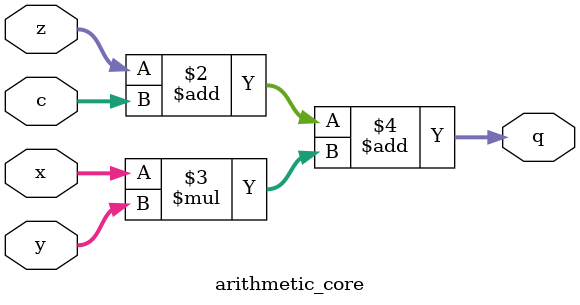
<source format=v>


module RSA ( Kin, Min, Din, Dout, Krdy, Mrdy, Drdy, RSTn, EN, CRT, MODE, CLK, BSY, EXEC, Kvld, Mvld, Dvld );

   // global parameter
   parameter P_KLEN  = 512;  // key length
   parameter P_RADIX = 32;   // radix size (r bit)
   parameter P_WORD  = 32;   // word size (w bit)
   parameter P_IBUS  = 32;   // interface bus width (= radix)

   // counter parameter
   parameter P_k_CNTLEN = 9;  // k counter length 0-511
   parameter P_i_CNTLEN = 9;  // i counter length 0-511
   parameter P_j_CNTLEN = 4;  // j counter length 0-15

   // address size parameter
   parameter P_MAIN_AD_BIT = 7;     // 0-127   
   parameter P_TMP_AD_BIT = 4;      // 0-15
   
   input  [P_IBUS-1:0] Kin, Min, Din;        // key / modulo / plaintext data input
   output [P_IBUS-1:0] Dout;                 // ciphertext data output
   input 	       Krdy, Mrdy, Drdy;     // key / modulo / plaintext data ready signal
   input 	       RSTn;                 // negative reset signal 
   input 	       EN;                   // chip enable signal 
   input 	       CRT;                  // CRT mode signal CRT=1 on / CRT=0 off
   input [2:0] 	       MODE;                 // modular exponentiation mode signal
                                             // MODE=0 left-to-right binary method 
                                             // MODE=1 right-to-left binary method
                                             // MODE=2 left-to-right binary method with dummy
                                             // MODE=3 right-to-left binary method with dummy
                                             // MODE=4 Montgomery Powering Ladder
                                             // MODE=5 Marc's right-to-left binary method
   input 	       CLK;                  // system clock
   output 	       BSY;                  // busy signal
   output 	       EXEC;                 // execution signal
   output 	       Kvld, Mvld, Dvld;     // key / modulo / plaintext data valid signal

   wire 	       EnKey, KeyShift;      // control signals for key register
   wire 	       key_bit;              // exponet

   wire [20:0]         MBCon;                // control signals for multiplication block
   wire [8:0] 	       CntCon;               // control signals for counter module
   wire [4:0] 	       MemCon;               // control signals for register array
   wire [18:0] 	       AdCon;                // control signals for memory address generator
   
   wire [P_k_CNTLEN-1:0]    k_count;         // k count value
   wire [P_i_CNTLEN-1:0]    i_count;         // i count value
   wire [P_j_CNTLEN-1:0]    j_count;         // j count value
   wire [P_j_CNTLEN-1:0]    j_minus_1_count; // j-1 count value
   wire [P_j_CNTLEN-1:0]    plus_1_count;    // +1 count value
   
   wire [P_MAIN_AD_BIT-1:0] wad, ad_0, ad_1; // addresses of main register arrary
   wire [P_TMP_AD_BIT-1:0]  ad_t;            // address of temporary register array

   wire [P_RADIX-1:0] 	    dout;            // r bit output of multiplication block
   wire 		    sign;            // sign (qh(LSB))
   
   wire [P_RADIX-1:0] 	    din;             // r bit input of memory
   wire [P_RADIX-1:0] 	    d_0;             // r bit output of memory for multiplier x
   wire [P_WORD-1:0] 	    d_1;             // w bit output of memory for multiplicand y
   wire [P_WORD-1:0] 	    d_t;             // w bit output of memory for temporary data z

   wire [2:0]		    DSel;            // memory input select signal
   wire [2:0] 		    Cset_value;
   
   // key register
   key_register    KEY_REG (.CLK (CLK), 
			    .RSTn (RSTn),
			    .Kin (Kin),
			    .EnKey (EnKey), 
			    .KeyShift (KeyShift),
			    .CRT (CRT),
			    .MODE (MODE[0]),
			    .key_bit (key_bit));
   
   // sequencer
   sequencer_block SEQ_BLK (.CLK (CLK), 
			    .RSTn (RSTn), 
			    .EN (EN), 
			    .Krdy (Krdy), 
			    .Mrdy (Mrdy), 
			    .Drdy (Drdy), 
			    .CRT (CRT), 
			    .MODE (MODE),
			    .key_bit (key_bit),
			    .k_count (k_count),
			    .i_count (i_count),
			    .j_count (j_count),
			    .sign (sign),
			    .d_0 (d_0),
			    .BSY (BSY),
				.EnEnc(EXEC), 
			    .Kvld (Kvld), 
			    .Mvld (Mvld), 
			    .Dvld (Dvld), 
			    .EnKey (EnKey), 
			    .KeyShift (KeyShift), 
			    .MBCon (MBCon), 
			    .MemCon (MemCon), 
			    .CntCon (CntCon), 
			    .AdCon (AdCon),
			    .DSel (DSel),
			    .Cset_value (Cset_value));
   
   // counter 
   counter         CNT_BLK (.CLK (CLK),
			    .RSTn (RSTn), 
			    .CntCon (CntCon), 
			    .k_count (k_count), 
			    .i_count (i_count), 
			    .j_count (j_count),
			    .j_minus_1_count (j_minus_1_count),
			    .plus_1_count (plus_1_count));
   
   // memorys
   FF_arrays       MEMORYS (.CLK (CLK),
			    .RSTn (RSTn), 
			    .din (din), 
			    .MemCon (MemCon), 
			    .wad (wad), 
			    .ad_0 (ad_0), 
			    .ad_1 (ad_1), 
			    .ad_t (ad_t), 
			    .d_0 (d_0), 
			    .d_1 (d_1), 
			    .d_t (d_t));

   // address controller
   address_controller AD_GEN (.CRT (CRT),
			      .k_count (k_count[P_j_CNTLEN-1:0]),
			      .i_count (i_count[P_j_CNTLEN-1:0]), 
			      .j_count (j_count),
			      .j_minus_1_count (j_minus_1_count),
			      .plus_1_count (plus_1_count),
			      .AdCon (AdCon), 
			      .wad (wad), 
			      .ad_0 (ad_0), 
			      .ad_1 (ad_1), 
			      .ad_t (ad_t));

   // multiplicaiton block
   multiplication_block MB_BLK (.CLK (CLK),
				.RSTn (RSTn), 
				.MBCon (MBCon),
				.Cset_value (Cset_value),
				.d_0 (d_0), 
				.d_1 (d_1), 
				.d_t (d_t), 
				.dout (dout),
				.sign (sign));

   function [P_RADIX-1:0] din_select;
      input [P_RADIX-1:0] Min, Din, d_0, d_1, d_t, dout;
      input [2:0] Dsel;
      case (Dsel)
	3'b000: din_select = dout;
	3'b001: din_select = Min;
	3'b010: din_select = Din;
	3'b011: din_select = d_0;
	3'b100: din_select = d_1;
	3'b101: din_select = d_t;
	default: din_select = dout;
      endcase
   endfunction
   
   assign din = din_select(Min, Din, d_0, d_1, d_t, dout, DSel);
   assign Dout = d_0;
   
endmodule // top



module key_register ( CLK, RSTn, Kin, EnKey, KeyShift, CRT, MODE, key_bit );

   // global parameter
   parameter P_KLEN  = 512;  // key kength
   parameter P_RADIX = 32;   // radix size (r bit)
   parameter P_WORD  = 32;   // word size (w bit)
   parameter P_IBUS  = 32;   // interface bus width 

   // fixed number
   parameter P_KEY_ZERO = 512'h00000000_00000000_00000000_00000000_00000000_00000000_00000000_00000000_00000000_00000000_00000000_00000000_00000000_00000000_00000000_00000000;
   
   input              CLK, RSTn;
   input [P_IBUS-1:0] Kin;            // Key input
   input 	      EnKey;          // key input enable
   input 	      KeyShift;       // key shift enable
   input 	      CRT;            // CRT mode signal CRT=1 on / CRT=0 off
   input 	      MODE;           // MODE=0 left-to-right / MODE=1 right-to-left algorithm     
   output 	      key_bit;        // key bit output
   
   reg [P_KLEN-1:0]   Krg;            // key register

   always @(posedge CLK) begin
      if (RSTn == 1'b0)
	Krg <= P_KEY_ZERO;
      else if (EnKey == 1'b1)
	if  (CRT == 1'b1 && MODE == 1'b0)
	  Krg <= {Krg[P_IBUS-1:0], Krg[P_KLEN-1:P_KLEN/2+P_IBUS], Kin, Krg[P_KLEN/2-1:P_IBUS]};         
	else
	  Krg <= {Kin, Krg[P_KLEN-1:P_IBUS]};         
      else if (KeyShift == 1'b1)
	if (MODE == 1 'b0)         // key 1-bit left shift for left-to-right algorithm
	  Krg <= {Krg[P_KLEN-2:0], Krg[P_KLEN-1]};
	else         // MODE == 1'b1  key 1-bit right shift for right-to-left algorithm
	  Krg <= {Krg[0], Krg[P_KLEN-1:1]};
   end 
   
   assign key_bit = (MODE == 1'b0) ? Krg[P_KLEN-1] : Krg[0];
   
endmodule // key_register



module sequencer_block ( CLK, RSTn, EN, Krdy, Mrdy, Drdy, CRT, MODE, key_bit, k_count, i_count, j_count, sign, d_0, BSY, EnEnc, Kvld, Mvld, Dvld, EnKey, KeyShift, MBCon, MemCon, CntCon, AdCon, DSel, Cset_value);

   parameter P_RADIX = 32;   // radix size (r bit)
   
   // counter size parameter
   parameter P_k_CNTLEN = 9;  // k counter length 0-511
   parameter P_i_CNTLEN = 9;  // i counter length 0-511
   parameter P_j_CNTLEN = 4;  // j counter length 0-15

   // fixed number
   parameter P_j_ENDCNT = 4'hf;  // m-1 = 15
   parameter P_i_ENDCNT = 9'h017; // 23
      
   input                  CLK, RSTn;
   input 		  EN;                // chip enable signal
   input 		  Krdy, Mrdy, Drdy;  // key / modulo / plaintext data ready signal
   input 		  CRT;               // CRT mode signal CRT=1 on / CRT=0 off
   input [2:0] 		  MODE;              // modular exponentiation mode signal
   input 		  key_bit;           // exponent
   input [P_k_CNTLEN-1:0] k_count;           // k count value
   input [P_i_CNTLEN-1:0] i_count;           // i_count value
   input [P_j_CNTLEN-1:0] j_count;           // j_count value
   input 		  sign;              // sign qh(LSB) flag signal form multiplicaiton block
   input [P_RADIX-1:0] 	  d_0;
   output 		  BSY;               // busy signal
   output 		  EnEnc;               // execution signal
   output 		  Kvld, Mvld, Dvld;  // key / modulo / plaintext data valid signal
   output [2:0]		  DSel;              // select signals of  memory (FF arrays) input
   
   // control signals
   output 		  EnKey, KeyShift;   // control signals for key register
   output [20:0] 	  MBCon;             // control signals for multiplication block
   output [4:0] 	  MemCon;            // control signals for memory (FF arrays)
   output [8:0] 	  CntCon;            // control signals for counter
   output [18:0] 	  AdCon;             // control signals for memory address generator
   output [2:0]		  Cset_value;

   reg [2:0]    top_state;                   // top state
   reg 		dvldrg, kvldrg, mvldrg;      // valid register
   reg 		kvldrg_t, mvldrg_t;          // valid tmp register
   reg 		inU_state;
   
   wire 	EnEnc;                       // function enable   
   wire 	EncEnd;                      // encription end flag
   
   wire [20:0] 	MBCon_low;                   // control signals for multiplication block (from low-level function)
   wire [4:0] 	MemCon_low;                  // control signals for memory (FF arrays) (from low-level function)
   wire [8:0] 	CntCon_low;                  // control signals for counter (from low-level function)
   wire [18:0] 	AdCon_low;                   // control signals for memory address generator (from low-level function)
   wire [2:0]	DataMv;                      // control signal for data mv
   
   // top sequencer state parameter
   parameter IDLE     = 3'h0;
   parameter KEY_GET  = 3'h1;
   parameter MOD_GET  = 3'h2;
   parameter DATA_GET = 3'h3;
   parameter DATA_OUT = 3'h4;
   parameter ENCRYPT  = 3'h5;
   
   // top sequencer
   always @(posedge CLK) begin
      if (RSTn == 1'b0) begin
         top_state <= IDLE;
	 inU_state <= 1'b0;
         dvldrg <= 1'b0; kvldrg <= 1'b0; mvldrg <= 1'b0;
      end
      else if (EN == 1'b1) begin
	 case (top_state)
	   IDLE: begin
	      if (Krdy == 1'b1) begin
		 top_state <= KEY_GET;
		 dvldrg <= 1'b0; kvldrg <= 1'b0;
	      end
	      else if (Mrdy == 1'b1) begin
		 top_state <= MOD_GET;
		 dvldrg <= 1'b0;  mvldrg <= 1'b0;
	      end
	      else if (mvldrg == 1'b1 && kvldrg == 1'b1 && Drdy == 1'b1) begin
		 top_state <= DATA_GET;
		 dvldrg <= 1'b0;
	      end
	   end 
	   
	   KEY_GET:
	     if (j_count == P_j_ENDCNT) begin
		top_state <= IDLE;
		kvldrg <= 1'b1;
	     end
	   
	   MOD_GET: begin
	      if (j_count == P_j_ENDCNT) begin
		 if (CRT == 1'b0) begin
		    top_state <= IDLE;
		    mvldrg <= 1'b1;
		 end
		 else
		   inU_state <= 1'b1;
	      end
	      else if (inU_state == 1'b1)
		if (i_count == P_i_ENDCNT) begin
		   top_state <= IDLE;
		   mvldrg <= 1'b1;
		end
	   end
	   
	   DATA_GET: begin
	      if (j_count == P_j_ENDCNT) 
		 top_state <= ENCRYPT;
	   end

	   ENCRYPT: begin
	      if (EncEnd == 1'b1) begin
		 top_state <= DATA_OUT;
		 dvldrg <= 1'b1;
	      end
	   end

	   DATA_OUT: begin
	      if (dvldrg == 1'b1)
		 dvldrg <= 1'b0;
	      else if (j_count == P_j_ENDCNT)
		 top_state <= IDLE;
	   end

	   default: top_state <= IDLE;
	   
	 endcase
	 end 
   end 

   // control signals
   assign EnKey = (top_state == KEY_GET) ? 1'b1 : 1'b0;

   function [2:0] dsel_gen;
      input [2:0] top_state;
      input [2:0] DataMv;
      case (top_state)
	MOD_GET: dsel_gen = 3'b001;
	DATA_GET: dsel_gen = 3'b010;
	ENCRYPT: if (DataMv == 3'b100) dsel_gen = 3'b011;
	         else if (DataMv == 3'b010) dsel_gen = 3'b100;
	         else if (DataMv == 3'b001) dsel_gen = 3'b101;
	         else dsel_gen = 3'b000;
	default: dsel_gen = 3'b000;
      endcase
   endfunction 

   assign DSel = dsel_gen(top_state, DataMv);
   
   // {WtM, WtT, Rd0, Rd1, Rdt}   
   function [4:0] memcon_select_top;
      input [2:0] top_state;
      input dvldrg;
      input [4:0] MemCon_low;
      case (top_state)
	MOD_GET:  memcon_select_top = 5'b10000;
	DATA_GET: memcon_select_top = 5'b11000;
	ENCRYPT:  memcon_select_top = MemCon_low;
	DATA_OUT:          
	  if (dvldrg == 1'b1)
	    memcon_select_top = 5'b00000;
	  else
	    memcon_select_top = 5'b00100;
	default:  memcon_select_top = 5'b00000;
      endcase
   endfunction

   // {Rst_k, En_k, Rst_i, En_i, Rst_j, En_j, SelCNT}
   function [8:0] cntcon_select_top;
      input [2:0] top_state;
      input dvldrg;
      input [P_j_CNTLEN-1:0] j_count;
      input [8:0] CntCon_low;      
      case (top_state)
	KEY_GET, DATA_GET: 
	  if (j_count == P_j_ENDCNT)
	    cntcon_select_top = {4'b0000, 2'b10, 3'b000};
	  else
	    cntcon_select_top = {4'b0000, 2'b01, 3'b001};
	MOD_GET:
	  if (i_count == P_i_ENDCNT)
	    cntcon_select_top = {4'b0010, 2'b10, 3'b000};
	  else
	    cntcon_select_top = {4'b0001, 2'b01, 3'b010};
	ENCRYPT: cntcon_select_top = CntCon_low;
	DATA_OUT:          
	  if (dvldrg == 1'b1)
	    cntcon_select_top = {4'b0000, 2'b10, 3'b000};
	  else
	    if (j_count == P_j_ENDCNT)
	      cntcon_select_top = {4'b0000, 2'b10, 3'b000};
	    else
	      cntcon_select_top = {4'b0000, 2'b01, 3'b001};
	default: cntcon_select_top = 9'b000000000;
      endcase
   endfunction

   // {AdCon_w, AdCon_0, AdCon_1, AdCon_t}
   function [18:0] adcon_select_top;
      input [2:0] top_state;
      input [18:0] AdCon_low;
      input inU_state;
      case (top_state)
        MOD_GET:  
	  if (inU_state == 1'b1) 
	    adcon_select_top = {1'b1, AdCon_low[17:11], 3'b101, 8'b00000000};
	  else
	    adcon_select_top = {1'b1, AdCon_low[17:11], 3'b100, 8'b00000000};
	DATA_GET: adcon_select_top = {1'b0, AdCon_low[17:11], 3'b000, 8'b00000000};
	DATA_OUT: adcon_select_top = {1'b0, AdCon_low[17:11], 3'b000, 3'b010, 5'b00000};
        ENCRYPT:  adcon_select_top = AdCon_low;
        default:  adcon_select_top = {AdCon_low[18:11], 11'b00000000000};
      endcase
   endfunction

   assign MemCon = memcon_select_top(top_state, dvldrg, MemCon_low);
   assign CntCon = cntcon_select_top(top_state, dvldrg, j_count, CntCon_low);
   assign AdCon = adcon_select_top(top_state, AdCon_low, inU_state);
   assign MBCon = MBCon_low;

   assign EnEnc = (top_state == ENCRYPT) ? 1'b1 : 1'b0;

   // low-level sequencer 
   encription_sequencer ENC_SEQ ( CLK, RSTn, CRT, MODE, Drdy, EnEnc, key_bit, k_count, i_count, j_count, sign, d_0, MBCon_low, MemCon_low, CntCon_low, AdCon_low, KeyShift, DataMv, Cset_value, EncEnd );
   
   // outputs (BSY, EXECKvld, Mvld, Dvld)  
   assign BSY = (top_state != IDLE) ? 1'b1 : 1'b0; // busy signal

   always @(posedge CLK) begin // differential circuit for kvld signal 
      if (RSTn == 1'b0 || top_state == KEY_GET)
	kvldrg_t <= 1'b0;
      else
	kvldrg_t <= kvldrg_t | kvldrg;
   end
   assign Kvld = ~kvldrg_t & kvldrg; // key valid signal

   always @(posedge CLK) begin // differential circuit for mvld signal  
      if (RSTn == 1'b0 || top_state == MOD_GET)
	mvldrg_t <= 1'b0;
      else
	mvldrg_t <= mvldrg_t | mvldrg;
   end
   assign Mvld = ~mvldrg_t & mvldrg; // mod valid signal
   
   assign Dvld = dvldrg; // data valid signal
   
endmodule



module counter ( CLK, RSTn, CntCon, k_count, i_count, j_count, j_minus_1_count, plus_1_count );

   // counter size parameter
   parameter P_k_CNTLEN = 9;  // k counter length 0-511
   parameter P_i_CNTLEN = 9;  // i counter length 0-511
   parameter P_j_CNTLEN = 4;  // j counter length 0-15

   // fixed number
   parameter P_k_ZERO = 9'b000000000;
   parameter P_i_ZERO = 9'b000000000;
   parameter P_j_ZERO = 4'b0000;
   
   input                   CLK, RSTn;
   input [8:0] 		   CntCon;           // control signals for counter module
   output [P_k_CNTLEN-1:0] k_count;          // k count value
   output [P_i_CNTLEN-1:0] i_count;          // i count value
   output [P_j_CNTLEN-1:0] j_count;          // j count value
   output [P_j_CNTLEN-1:0] j_minus_1_count;  // j-1 count value
   output [P_j_CNTLEN-1:0] plus_1_count;     // +1 count value

   // count registers
   reg [P_k_CNTLEN-1:0]    k_count;
   reg [P_i_CNTLEN-1:0]    i_count;
   reg [P_j_CNTLEN-1:0]    j_count;
   reg [P_j_CNTLEN-1:0]    j_minus_1_count;

   // control signals 
   wire 		   Rst_k, Rst_i, Rst_j;  // reset
   wire 		   En_k, En_i, En_j;     // enable
   wire [2:0] 		   SelCnt;               // select
   
   wire [P_k_CNTLEN-1:0]   count_in;   // count adder input 
   wire [P_k_CNTLEN:0] 	   count_out;  // count adder output

   // k count register
   always @(posedge CLK) begin
      if (!RSTn)        k_count <= P_k_ZERO; 
      else if (Rst_k)	k_count <= P_k_ZERO; 
      else if (En_k)	k_count <= count_out[P_k_CNTLEN-1:0];
      else              k_count <= k_count;
   end

   // i count register
   always @(posedge CLK) begin
      if (!RSTn)       i_count <= P_i_ZERO;
      else if (Rst_i)  i_count <= P_i_ZERO;
      else if (En_i)   i_count <= count_out[P_i_CNTLEN-1:0];
      else             i_count <= i_count;
   end 

   // j count register
   always @(posedge CLK) begin
      if (!RSTn)       j_count <= P_j_ZERO;
      else if (Rst_j)  begin 
	 j_count <= P_j_ZERO;
	 j_minus_1_count <= P_j_ZERO;
      end
      else if (En_j)   begin
	 j_count <= count_out[P_j_CNTLEN-1:0];
	 j_minus_1_count <= j_count;
      end
      else begin 
	 j_count <= j_count;
	 j_minus_1_count <= j_minus_1_count;
      end
   end
   
   // function for counter input
   function [P_k_CNTLEN-1:0] count_selector;
      input [P_k_CNTLEN-1:0] k_count;
      input [P_i_CNTLEN-1:0] i_count;
      input [P_j_CNTLEN-1:0] j_count;
      input [2:0] SelCNT;
      case (SelCNT)
	3'b100: count_selector = k_count;
	3'b010: count_selector = i_count;  
       	3'b001: count_selector = j_count;  // {5'b00000, j_count}
	default: count_selector = j_count; // {5'b00000, j_count}
      endcase
   endfunction // count_selector

   assign {Rst_k, En_k, Rst_i, En_i, Rst_j, En_j, SelCnt} = CntCon;
   assign count_in = count_selector(k_count, i_count, j_count, SelCnt);

   assign count_out = count_in + 1;
   
   assign plus_1_count = count_out[P_j_CNTLEN-1:0];
   
endmodule


// case r = w 
module FF_arrays ( CLK, RSTn, din, MemCon, wad, ad_0, ad_1, ad_t, d_0, d_1, d_t );

   // global parameter
   parameter P_RADIX = 32;  // radix size (r bit)
   parameter P_WORD = 32;   // word size (w bit)

   // memory & address size parameter 
   parameter P_MAIN_MEM_SIZE = 128;  // 16 * 5  16 = 512/32
   parameter P_TEM_MEM_SIZE = 16;   // 16 * 1
   parameter P_MAIN_AD_BIT = 7;     // 0-127   
   parameter P_TMP_AD_BIT = 4;      // 0-15

   // fixed number
   parameter P_r_FFFF =  32'hffffffff;  // radix size zero
     
   input                     CLK, RSTn;
   input [P_RADIX-1:0] 	     din;              // r bit input 
   input [4:0] 		     MemCon;           // control signals for register array
   input [P_MAIN_AD_BIT-1:0] wad, ad_0, ad_1;  // write & read addresses of main register arrary
   input [P_TMP_AD_BIT-1:0]  ad_t;             // read address of temporary register array
   output [P_RADIX-1:0]      d_0;              // r bit output for multiplier x
   output [P_WORD-1:0] 	     d_1;              // w bit output for multiplicand y
   output [P_WORD-1:0] 	     d_t;              // w bit output for temporary data z

   reg [P_RADIX-1:0] 	     MrgAry [0:P_MAIN_MEM_SIZE-1];  // main register array
   reg [P_RADIX-1:0] 	     TrgAry [0:P_TEM_MEM_SIZE-1];   // temporary register array
   
   wire 		     WtM, WtT, Rd0, Rd1, Rdt;  // control signals
   wire [P_TMP_AD_BIT-1:0]   wad_t;                    // write address of temporary register  
      
   assign {WtM, WtT, Rd0, Rd1, Rdt} = MemCon;
   assign wad_t = wad[P_TMP_AD_BIT-1:0];

   always @(posedge CLK) begin
      if (WtM)
	MrgAry[wad] <= din;
   end
   
   always @(posedge CLK) begin
      if (WtT)
	TrgAry[wad_t] <= din;
   end

   assign d_0 = (Rd0) ? MrgAry[ad_0]: P_r_FFFF;
   assign d_1 = (Rd1) ? MrgAry[ad_1]: P_r_FFFF;
   assign d_t = (Rdt) ? TrgAry[ad_t]: P_r_FFFF;

endmodule // FF_arrays


module address_controller ( CRT, k_count, i_count, j_count, j_minus_1_count, plus_1_count, AdCon, wad, ad_0, ad_1, ad_t );

   // counter size parameter
   parameter P_k_CNTLEN = 9;  // k counter length 0-511
   parameter P_j_CNTLEN = 4;  // j counter length 0-15

   // address size parameter
   parameter P_MAIN_AD_BIT = 7;     // 0-127   
   parameter P_TMP_AD_BIT = 4;      // 0-15

   // fixed address
   parameter P_W_ADDRESS = 7'b1000000;   // 64 W
   parameter P_t_ADDRESS = 7'b1000001;   // 65 t
   parameter P_V_ADDRESS = 7'b1000010;   // 66 V
   parameter P_MAIN_AD_BITSIZE_ZERO = 7'b0000000;
   parameter P_TMP_AD_BITSIZE_ZERO = 4'b0000;
   parameter P_R_NUM = 4'b1001;          // r = a - b + 1

   // fixed number
   parameter P_j_ENDCNT = 4'hf;         // l-1 = 15
   parameter P_CRT_j_ENDCNT = 4'h7;     // (1/2)l-1 = 7
   parameter P_CRT_j_ENDCNT_M = 4'h8;   // msb 8

   input                  CRT;
   input [P_j_CNTLEN-1:0] k_count;                   // k count value (j size)
   input [P_j_CNTLEN-1:0] i_count;                   // i count value (j size)
   input [P_j_CNTLEN-1:0] j_count, j_minus_1_count;  // j count value
   input [P_j_CNTLEN-1:0] plus_1_count;              // count + 1
   input [18:0] 	  AdCon;                     // control signals for memory address controller          
   
   output [P_MAIN_AD_BIT-1:0] wad, ad_0, ad_1;       // write & read addresses of main register arrary
   output [P_TMP_AD_BIT-1:0]  ad_t;                  // read addresses of temporary register arrary

   wire [2:0] 	  MemMap;                            // memory map state 000: XYT, 001:XTY, 010:YXT, 011:YTX, 100:TXY, 101:TYX
   wire 	  SquareOn, DummyOn;                 // squaring $ dummy multiplicaiton activate signals
   wire [2:0] 	  AdCon_w, AdCon_0, AdCon_1;         // control signals
   wire [1:0] 	  AdCon_t;                           // control signal

   wire 	  j_cntend_true, j_cntend_m_true;

   wire [2:0] 	  x_region, y_region, z_region;

   wire 	  ZZSet, QAct, CAd;

   wire [P_j_CNTLEN-1:0] i_plus_j, i_plus_j_1, r_plus_j_count;
   
   assign i_plus_j = i_count + j_count;
   assign i_plus_j_1 = i_plus_j + 1;
   assign r_plus_j_count = j_count + P_R_NUM;

   assign {CAd, ZZSet, QAct, MemMap, DummyOn, SquareOn, AdCon_w, AdCon_0, AdCon_1, AdCon_t} = AdCon;

   assign j_cntend_true = (CRT) ? (j_count == P_CRT_j_ENDCNT) : (j_count == P_j_ENDCNT);
   assign j_cntend_m_true = (j_count == P_CRT_j_ENDCNT_M);

   function [2:0] x_region_detector;
      input [2:0] MemMap;
      case (MemMap)
	3'b000, 3'b001: x_region_detector = 3'b000;
	3'b010, 3'b100: x_region_detector = 3'b001;
	3'b011, 3'b101: x_region_detector = 3'b010;
	default: x_region_detector = 3'b000;
      endcase
   endfunction // x_region_detector

   function [2:0] y_region_detector;
      input [2:0] MemMap;
      case (MemMap)
	3'b010, 3'b011: y_region_detector = 3'b000;
	3'b000, 3'b101: y_region_detector = 3'b001;
	3'b001, 3'b100: y_region_detector = 3'b010;
	default: y_region_detector = 3'b010;
      endcase
   endfunction // y_region_detector

   function [2:0] z_region_detector;
      input [2:0] MemMap;
      case (MemMap)
	3'b100, 3'b101: z_region_detector = 3'b000;
	3'b001, 3'b011: z_region_detector = 3'b001;
	3'b000, 3'b010: z_region_detector = 3'b010;
	default: z_region_detector = 3'b010;
      endcase
   endfunction // z_region_detector

   assign x_region = x_region_detector(MemMap);
   assign y_region = y_region_detector(MemMap);
   assign z_region = z_region_detector(MemMap);
   
   // wad generator
   function [P_MAIN_AD_BIT-1:0] wad_generator;
      input [P_j_CNTLEN-1:0] j_count, j_minus_1_count, i_plus_j;
      input [2:0] x_region, y_region, z_region;
      input QAct, DummyOn;
      input [3:0] AdCon;
      case ({QAct, AdCon}) 
	5'b00000: if (DummyOn) wad_generator = {z_region, j_count};     // 16-31  zj      -Z dummy out 
                 else         wad_generator = {x_region, j_count};      // 0-15   zj      -Z 
  	5'b00001: wad_generator = {z_region, j_minus_1_count};          // 16-31  z(j-1)  +Z
	5'b00010: wad_generator = {z_region, j_count};                  // 16-31  zj      +Z 
	5'b00011: wad_generator = {y_region, j_count};                  // 32-47  yj
	5'b00100, 5'b10100: wad_generator = {z_region, i_plus_j};       // 0-16  z(i+j)
	5'b01000, 5'b11000: wad_generator = {3'b000, j_count}; // xj
	5'b01001, 5'b11001: wad_generator = {3'b001, j_count}; // tj
	5'b01010, 5'b11010: wad_generator = {3'b010, j_count}; // yj
	5'b01100, 5'b11100: wad_generator = {3'b011, j_count}; // nj
	5'b01101, 5'b11101: wad_generator = {3'b100, 1'b1, j_count[P_j_CNTLEN-2:0]}; // U
	5'b01110, 5'b01110: wad_generator = {3'b000, 1'b1, j_count[P_j_CNTLEN-2:0]}; // 8-15
	5'b10000: if (DummyOn) wad_generator = {z_region, 1'b1, j_count[P_j_CNTLEN-2:0]};  // 24-31  zj      -Z dummy out 
                  else         wad_generator = {x_region, 1'b1, j_count[P_j_CNTLEN-2:0]};  // 8-15   zj      -Z 
	5'b10001: wad_generator = {z_region, 1'b1, j_minus_1_count[P_j_CNTLEN-2:0]};       // 24-31  z(j-1)  +Z
	5'b10010: wad_generator = {z_region, 1'b1, j_count[P_j_CNTLEN-2:0]};               // 24-31  zj      +Z 
	5'b10011: wad_generator = {y_region, 1'b1, j_count[P_j_CNTLEN-2:0]};               // 40-47  yj
	5'b00101, 5'b10101: wad_generator = P_W_ADDRESS;                // 64 W
	5'b00110, 5'b10110: wad_generator = P_t_ADDRESS;                // 65 t
	5'b00111, 5'b10111: wad_generator = P_V_ADDRESS;                // 66 V
	default: wad_generator = P_MAIN_AD_BITSIZE_ZERO;
      endcase // 
   endfunction // wad_generator

   function [P_MAIN_AD_BIT-1:0] ad_0_generator;  // x, t
      input [P_j_CNTLEN-1:0] k_count, i_count, plus_1_count, r_plus_j_count;
      input [2:0] x_region;
      input ZZSet, QAct;
      input [2:0] AdCon;
      if (ZZSet)
	case (k_count)
	  4'h8: ad_0_generator = 7'h00;
	  4'h7: ad_0_generator = 7'h01;
	  4'h6: ad_0_generator = 7'h02;
	  4'h5: ad_0_generator = 7'h03;
	  4'h4: ad_0_generator = 7'h04;
	  4'h3: ad_0_generator = 7'h05;
	  4'h2: ad_0_generator = 7'h06;
	  4'h1: ad_0_generator = 7'h07;
	  4'h0: ad_0_generator = 7'h08;
	endcase 
      else
	case ({QAct, AdCon})
	  4'b0000: ad_0_generator = {x_region, i_count};        // 0-15  xi
	  4'b0001: ad_0_generator = {x_region, plus_1_count};   // 1-15  x(i+1) SelCnt=010 (i)
	  4'b0010: ad_0_generator = {x_region, j_count};        // 0-15  xj
	  4'b0011: ad_0_generator = {x_region, plus_1_count};   // 1-15  x(j+1) SelCnt=001 (j)
	  4'b1000: ad_0_generator = {x_region, 1'b1, i_count[P_j_CNTLEN-2:0]};        // 8-15  xi
	  4'b1001: ad_0_generator = {x_region, 1'b1, plus_1_count[P_j_CNTLEN-2:0]};   // 9-16  x(i+1) SelCnt=010 (i)
	  4'b1010: ad_0_generator = {x_region, 1'b1, j_count[P_j_CNTLEN-2:0]};        // 8-15  xj
	  4'b1011: ad_0_generator = {x_region, 1'b1, plus_1_count[P_j_CNTLEN-2:0]};   // 9-16  x(j+1) SelCnt=001 (j)
	  4'b0100, 4'b1100: ad_0_generator = {x_region, r_plus_j_count}; // 0-15  x(9+j) x(1+j) for modulo data_mv 
	  4'b0110, 4'b1110: ad_0_generator = P_t_ADDRESS;       // 65 t
	  default: ad_0_generator = P_MAIN_AD_BITSIZE_ZERO;
	endcase // 
   endfunction // ad0_generator
   
   function [P_MAIN_AD_BIT-1:0] ad_1_generator;  // y, n, W, V    
      input [P_j_CNTLEN-1:0] j_count, plus_1_count;
      input [2:0] x_region, y_region;
      input QAct, SquareOn;
      input [2:0] ADCon;
      case ({QAct, ADCon})
	4'b0000: if (SquareOn) ad_1_generator = {x_region, j_count};    // 0-15   yj (squaring)
	         else          ad_1_generator = {y_region, j_count};    // 32-47  yj
	4'b0001: if (SquareOn)
	           ad_1_generator = (j_cntend_true) ? {x_region, P_TMP_AD_BITSIZE_ZERO} : {x_region, plus_1_count};   // 0-15  y(j+1) SelCnt=001 (j) (squaring)
	         else
		   ad_1_generator = (j_cntend_true) ? {y_region, P_TMP_AD_BITSIZE_ZERO} : {y_region, plus_1_count};   // 33-47  y(j+1) SelCnt=001 (j)
	4'b0010: ad_1_generator = {3'b011, j_count};                    // 48-63  nj
	4'b0011: ad_1_generator = (j_cntend_true) ? {3'b011, P_TMP_AD_BITSIZE_ZERO} : {3'b011, plus_1_count};        // 48-63  n(j+1) SelCnt=001 (j)
	4'b0100: ad_1_generator = (j_cntend_m_true) ? {3'b100, 1'b1, 3'b000} : {3'b100, 1'b1, plus_1_count[P_j_CNTLEN-2:0]};  // u(j+1)
	4'b0110: ad_1_generator = (j_cntend_m_true) ? {3'b100, 1'b1, 3'b000} : {3'b100, 1'b1, j_count[P_j_CNTLEN-2:0]};  // u(j)
	4'b1000: if (SquareOn) ad_1_generator = {x_region, 1'b1, j_count[P_j_CNTLEN-2:0]};    // 0-15   yj (squaring)
                 else          ad_1_generator = {y_region, 1'b1, j_count[P_j_CNTLEN-2:0]};    // 32-47  yj
	4'b1001: if (SquareOn)
	          ad_1_generator = (j_cntend_true) ? {x_region, 1'b1, 3'b000} : {x_region, 1'b1, plus_1_count[P_j_CNTLEN-2:0]};   // 0-15  y(j+1) SelCnt=001 (j) (squaring)
	         else
		  ad_1_generator = (j_cntend_true) ? {y_region, 1'b1, 3'b000} : {y_region, 1'b1, plus_1_count[P_j_CNTLEN-2:0]};   // 33-47  y(j+1) SelCnt=001 (j)
	4'b1010: ad_1_generator = {3'b011, 1'b1, j_count[P_j_CNTLEN-2:0]};          // 48-63  nj
	4'b1011: ad_1_generator = (j_cntend_true) ? {3'b011, 1'b1, 3'b000} : {3'b011, 1'b1, plus_1_count[P_j_CNTLEN-2:0]};        // 48-63  n(j+1) SelCnt=001 (j)
	4'b0101, 4'b1101: ad_1_generator = P_W_ADDRESS;                // 64 W
	4'b0111, 4'b1111: ad_1_generator = P_V_ADDRESS;                // 66 V
	default: ad_1_generator = P_MAIN_AD_BITSIZE_ZERO;
      endcase // case(ADCon)
   endfunction // ad1_generator
   
   function [P_TMP_AD_BIT-1:0] ad_t_generator;
      input [P_j_CNTLEN-1:0] j_count, plus_1_count, i_plus_j;
      input QAct;
      input [1:0] ADCon;
      case ({QAct, ADCon})
	3'b000: ad_t_generator = (j_cntend_true) ? P_TMP_AD_BITSIZE_ZERO : plus_1_count;   // 1-15  z(j+1) SelCnt=001 (j)
	3'b001: ad_t_generator = j_count;                     // 0-15  zj
	3'b010: ad_t_generator = P_TMP_AD_BITSIZE_ZERO;       // z0
	3'b011: ad_t_generator = (j_cntend_m_true) ? plus_1_count : i_plus_j_1;   // z(i+1) , z(i+j+1)
	3'b100: ad_t_generator = (j_cntend_true) ? {1'b1, 3'b000} : {1'b1, plus_1_count[P_j_CNTLEN-2:0]};   // 1-15  z(j+1) SelCnt=001 (j)
	3'b101: ad_t_generator = {1'b1, j_count[P_j_CNTLEN-2:0]};  // 0-15  zj
	3'b110: ad_t_generator = {1'b1, 3'b000};       // z0
	default: ad_t_generator = P_TMP_AD_BITSIZE_ZERO;
      endcase // case(ADCon)
   endfunction // ad_t_generator

   // memory addresses
   assign wad = wad_generator(j_count, j_minus_1_count, i_plus_j, x_region, y_region, z_region, QAct, DummyOn, {CAd, AdCon_w});
   assign ad_0 = ad_0_generator(k_count, i_count, plus_1_count, r_plus_j_count, x_region, ZZSet, QAct, AdCon_0);
   assign ad_1 = ad_1_generator(j_count, plus_1_count, x_region, y_region, QAct, SquareOn, AdCon_1);
   assign ad_t = ad_t_generator(j_count, plus_1_count, i_plus_j, QAct, AdCon_t);
   
endmodule // address_controller



module encription_sequencer ( CLK, RSTn, CRT, MODE, Drdy, EnEnc, key_bit, k_count, i_count, j_count, sign, d_0, MBCon, MemCon, CntCon, AdCon, KeyShift, DataMv, Cset_value, EncEnd );

   parameter P_RADIX = 32;   // radix size (r bit)
   
   // counter parameter
   parameter P_k_CNTLEN = 9;  // k counter length 0-511
   parameter P_i_CNTLEN = 9;  // i counter length 0-511
   parameter P_j_CNTLEN = 4;  // j counter length 0-15

   input                  CLK, RSTn;
   input 		  CRT;
   input [2:0] 		  MODE;
   input 		  Drdy;
   input 		  EnEnc;      // encrition enable
   input 		  key_bit;    // exponent
   input [P_k_CNTLEN-1:0] k_count;    // k count value
   input [P_i_CNTLEN-1:0] i_count;    // i count value
   input [P_j_CNTLEN-1:0] j_count;    // j count value
   input 		  sign;       // sign qh(LSB)
   input [P_RADIX-1:0] 	  d_0;        // r bit output of memory for multiplier x
   output [20:0] 	  MBCon;      // control signals for multiplication block
   output [8:0] 	  CntCon;     // control signals for counter module
   output [4:0] 	  MemCon;     // control signals for register array
   output [18:0] 	  AdCon;      // control signals for memory address generator
   output 		  KeyShift;   // control signal for key shift
   output [2:0]		  DataMv;     // control singal for data mv
   output [2:0]		  Cset_value;
   output 		  EncEnd;     // encription end flag

   reg [4:0] 	enc_state;
   
   wire 	EnModExp, EnCRTPreProcessing, EnModSub, EnMult, EnMultiAdd;       // function enable
   wire 	EnModulo, EnDataMvZp, EnDataMvZq, EnDataMvT1, EnDataMvT2;         // function enable
   wire 	EnDataMvZq2, EnDataMvAns, EnDataMvNq;                             // function enable
   wire 	ModExpEnd, CRTPreProcessingEnd, ModSubEnd, MultEnd, MultiAddEnd;  // function end flag
   wire 	ModuloEnd, DataMvEnd;                                             // function end flag
   
   wire [20:0]  MBCon_ModExp, MBCon_Modulo, MBCon_ModSub;         // control signals for multiplication block (from low-level function)
   wire [20:0]  MBCon_Mult;                                       // control signals for multiplication block (from low-level function)
   wire [4:0] 	MemCon_ModExp, MemCon_Modulo, MemCon_ModSub;      // control signals for memory (FF arrays) (from low-level function)
   wire [4:0] 	MemCon_Mult;                                      // control signals for memory (FF arrays) (from low-level function)
   wire [8:0]   CntCon_ModExp, CntCon_Modulo;                     // control signals for counter (from low-level function)
   wire [5:0] 	CntCon_ModSub, CntCon_Mult;                       // control signals for counter (from low-level function)
   wire [15:0]  AdCon_ModExp;                                     // control signals for memory address generator (from low-level function)
   wire [11:0]  AdCon_Modulo;                                     // control signals for memory address generator (from low-level function)
   wire [10:0] 	AdCon_ModSub, AdCon_Mult;                         // control signals for memory address generator (from low-level function)
   wire [15:0]	AdCon_t;                                          // temporary wire
   wire 	DataMv_Modulo;
   
   wire 	QAct;
   
   // Non-CRT fixed number
   parameter P_k_ENDCNT = 9'h1ff;   // k-1 = 511
   parameter P_i_ENDCNT = 9'h00f;   // m-1 = 15
   parameter P_j_ENDCNT = 4'hf;     // l-1 = 15
   parameter P_i_ZERO   = 9'h000;     // 0
   parameter P_j_ZERO   = 4'h0;     // 0
   parameter P_r_MINUS_2 = 9'h01e;  // r-2 = 32 - 2 = 30
   parameter P_m_MINUS_2 = 4'he;    // m-2
   parameter P_i_ENDCNT_L = 9'h1ff; // m*r-1 = 511
   parameter P_k_ENDCNT_S = 9'h009;   // 9
   parameter P_i_ENDCNT_W = 9'h01f;  // 31 wordsize
   // CRT fixed number
   parameter P_CRT_k_ENDCNT = 9'h0ff;   // (1/2)k-1 = 255
   parameter P_CRT_i_ENDCNT = 9'h007;   // (1/2)m-1 = 7
   parameter P_CRT_j_ENDCNT = 4'h7;     // (1/2)l-1 = 7
   parameter P_CRT_m_MINUS_2 = 4'h6;    // (1/2)m-2 = 6
   parameter P_CRT_i_ENDCNT_L = 9'h0ff; // (1/2)m*r-1 = 255
   
   
   // conditional branching parameters
   wire [10:0] param;
   wire       k_cntend_true;
   wire       i_cntend_true;
   wire       j_cntend_true;
   wire       i_cntzero_true;
   wire       j_cntzero_true;
   wire       i_cntend_s_true;
   wire       i_cntend_l_true;
   wire       j_cntend_s_true;
   wire       k_cntend_s_true;
   wire       i_cntend_w_true;
   wire       j_cntend_dl_true;

   assign k_cntend_true = (CRT) ? (k_count == P_CRT_k_ENDCNT) : (k_count == P_k_ENDCNT);
   assign i_cntend_true = (CRT) ? (i_count == P_CRT_i_ENDCNT) : (i_count == P_i_ENDCNT);
   assign j_cntend_true = (CRT) ? (j_count == P_CRT_j_ENDCNT) : (j_count == P_j_ENDCNT);
   assign i_cntzero_true = (i_count == P_i_ZERO);
   assign j_cntzero_true = (j_count == P_j_ZERO);
   assign i_cntend_s_true = (i_count == P_r_MINUS_2);
   assign i_cntend_l_true = (CRT) ? (i_count == P_CRT_i_ENDCNT_L) : (i_count == P_i_ENDCNT_L);
   assign j_cntend_s_true = (CRT) ? (j_count == P_CRT_m_MINUS_2) : (j_count == P_m_MINUS_2);
   assign k_cntend_s_true = (k_count == P_k_ENDCNT_S);
   assign i_cntend_w_true = (i_count == P_i_ENDCNT_W);
   assign j_cntend_dl_true = (j_count == P_j_ENDCNT);
   assign param = {j_cntend_dl_true, i_cntend_w_true, k_cntend_s_true, k_cntend_true, i_cntend_true, j_cntend_true, i_cntzero_true, j_cntzero_true, 
		   i_cntend_s_true, i_cntend_l_true, j_cntend_s_true};

   // encription state
   parameter ENC_INIT = 5'h00;
   // Non-CRT
   parameter ENC_NONCRT_MODEXP = 5'h01;
   // CRT
   parameter ENC_CRT_MODULO_NP = 5'h02;        // Xp = X mod Np
   parameter ENC_CRT_MODULO_NQ = 5'h03;        // Xq = X mod Nq
   parameter ENC_CRT_MODEXP_P = 5'h04;         // Zp = Xp^Ep mod Np
   parameter ENC_CRT_DATAMV_ZP = 5'h05;        // Zp
   parameter ENC_CRT_MODEXP_Q = 5'h06;         // Zq = Xq^Eq mod Nq
   parameter ENC_CRT_DATAMV_ZQ = 5'h07;        // Zq 
   parameter ENC_CRT_MODSUB = 5'h08;           // T = (Zp - Zq) mod Np
   parameter ENC_CRT_MULT = 5'h09;             // T = T * U
   parameter ENC_CRT_DATAMV_T_TO_M_T1 = 5'h0a; // T Tmp -> Main 
   parameter ENC_CRT_MODULO_T = 5'h0b;         // T = T mod Np
   parameter ENC_CRT_DATAMV_T_TO_M_T2 = 5'h0c; // T Tmp -> Main
   parameter ENC_CRT_DATAMV_M_TO_T_ZQ = 5'h0d; // Zq Main -> Tmp
   parameter ENC_CRT_DATAMV_M_TO_M_NQ = 5'h0e; // Nq Main -> Tmp
   parameter ENC_CRT_MULTIADD = 5'h0f;         // Z = Zq + T * Nq
   parameter ENC_CRT_DATAMV_T_TO_M_ANS = 5'h10;// ANS Tmp -> Main
   
   parameter ENC_END = 5'h11;

   // encription sequencer
   always @(posedge CLK) begin
      if (RSTn == 1'b0) begin
         enc_state <= ENC_INIT;
      end
      else if (EnEnc == 1'b1) begin
         case (enc_state)
	   ENC_INIT: begin
	      if (CRT == 1'b0) enc_state <= ENC_NONCRT_MODEXP;   // non-CRT mode
	      else             enc_state <= ENC_CRT_MODULO_NP;   // CRT mode
	   end

	   // non-CRT 
	   ENC_NONCRT_MODEXP: if (ModExpEnd == 1'b1) enc_state <= ENC_END; 

	   // CRT
	   ENC_CRT_MODULO_NP:        if (ModuloEnd == 1'b1)   enc_state <= ENC_CRT_MODULO_NQ;
	   ENC_CRT_MODULO_NQ:        if (ModuloEnd == 1'b1)   enc_state <= ENC_CRT_MODEXP_P;
	   ENC_CRT_MODEXP_P:         if (ModExpEnd == 1'b1)   enc_state <= ENC_CRT_DATAMV_ZP;
	   ENC_CRT_DATAMV_ZP:        if (j_cntend_true)       enc_state <= ENC_CRT_MODEXP_Q;
	   ENC_CRT_MODEXP_Q:         if (ModExpEnd == 1'b1)   enc_state <= ENC_CRT_DATAMV_ZQ;
	   ENC_CRT_DATAMV_ZQ:        if (j_cntend_true)       enc_state <= ENC_CRT_MODSUB;
	   ENC_CRT_MODSUB:           if (ModSubEnd == 1'b1)   enc_state <= ENC_CRT_MULT;
	   ENC_CRT_MULT:             if (MultEnd == 1'b1)     enc_state <= ENC_CRT_DATAMV_T_TO_M_T1;
	   ENC_CRT_DATAMV_T_TO_M_T1: if (j_cntend_dl_true)    enc_state <= ENC_CRT_MODULO_T;
	   ENC_CRT_MODULO_T:         if (ModuloEnd == 1'b1)   enc_state <= ENC_CRT_DATAMV_T_TO_M_T2;
	   ENC_CRT_DATAMV_T_TO_M_T2: if (j_cntend_true)       enc_state <= ENC_CRT_DATAMV_M_TO_T_ZQ;
	   ENC_CRT_DATAMV_M_TO_T_ZQ: if (j_cntend_true)       enc_state <= ENC_CRT_DATAMV_M_TO_M_NQ;
	   ENC_CRT_DATAMV_M_TO_M_NQ: if (j_cntend_true)       enc_state <= ENC_CRT_MULTIADD;
	   ENC_CRT_MULTIADD:         if (MultEnd == 1'b1)     enc_state <= ENC_CRT_DATAMV_T_TO_M_ANS;
	   ENC_CRT_DATAMV_T_TO_M_ANS:if (j_cntend_dl_true)    enc_state <= ENC_END; 
	   
	   ENC_END: enc_state <= ENC_INIT;
	   default: enc_state <= enc_state;
	 endcase
      end
   end
   
   // control signals    
   assign QAct = (enc_state == ENC_CRT_MODEXP_Q || enc_state == ENC_CRT_MODULO_NQ || enc_state == ENC_CRT_DATAMV_ZQ || 
		  enc_state == ENC_CRT_DATAMV_M_TO_M_NQ) ? 1'b1 : 1'b0;
   assign DataMv[2] = DataMv_Modulo | EnDataMvZp | EnDataMvZq;  // d_0
   assign DataMv[1] = EnDataMvZq2 | EnDataMvNq; // d_1
   assign DataMv[0] = EnDataMvT1 | EnDataMvT2 | EnDataMvAns; // d_t

   assign DataMvEnd = (((enc_state == ENC_CRT_DATAMV_ZP) || (enc_state == ENC_CRT_DATAMV_ZQ)) && (j_cntend_true == 1'b1)) ? 1'b1 : 1'b0;
   
   assign MBCon = (EnModExp) ? MBCon_ModExp : 
		  (EnModulo) ? MBCon_Modulo : 
		  (EnModSub) ? MBCon_ModSub : 
		  (EnMult | EnMultiAdd) ? MBCon_Mult : MBCon_ModExp;
   assign MemCon = (EnModExp) ? MemCon_ModExp :
		   (EnModulo) ? MemCon_Modulo : 
		   (EnDataMvZp | EnDataMvZq) ? 5'b10100 :
		   (EnDataMvT1 | EnDataMvT2 | EnDataMvAns) ? 5'b10001 :
		   (EnDataMvZq2) ? 5'b01010 :
		   (EnDataMvNq) ? 5'b10010 :
		   (EnModSub) ? MemCon_ModSub : 
		   (EnMult | EnMultiAdd) ? MemCon_Mult : MemCon_ModExp;
   assign CntCon = (EnModExp) ? CntCon_ModExp : 
		   (EnModulo) ? CntCon_Modulo : 
		   (EnDataMvZp | EnDataMvZq | EnDataMvT2 | EnDataMvZq2 | EnDataMvNq) ? (j_cntend_true) ? 9'b001010000 : 9'b000001001 :
		   (EnDataMvT1 | EnDataMvAns) ? (j_cntend_dl_true) ? 9'b001010000 : 9'b000001001 :
		   (EnModSub) ? {2'b00, CntCon_ModSub[5:2], 1'b0, CntCon_ModSub[1:0]} : 
		   (EnMult | EnMultiAdd) ? {2'b00, CntCon_Mult[5:2], 1'b0, CntCon_Mult[1:0]} : CntCon_ModExp; 
   assign AdCon_t = (EnModExp) ? AdCon_ModExp :
		    (EnModulo) ? {AdCon_ModExp[15:11], AdCon_Modulo[10:0]} : 
		    (EnDataMvZp) ? {AdCon_ModExp[15:11], 11'b00001000000} : 
		    (EnDataMvZq) ? {AdCon_ModExp[15:11], 11'b01001000000} :
		    (EnDataMvT1 | EnDataMvT2 | EnDataMvAns) ? {AdCon_ModExp[15:11], 11'b00000000001} :
		    (EnDataMvZq2) ? {AdCon_ModExp[15:11], 11'b00000000000} :
		    (EnDataMvNq) ? {AdCon_ModExp[15:11], 11'b01000001000} :
		    (EnModSub) ? {AdCon_ModExp[15:11], AdCon_ModSub} :
		    (EnMult | EnMultiAdd) ? {AdCon_ModExp[15:11], AdCon_Mult}: AdCon_ModExp;
   assign AdCon = {(EnDataMvZp | EnDataMvZq | EnDataMvNq), AdCon_Modulo[11], QAct, AdCon_t};
   
   assign EnDataMvZp = (enc_state == ENC_CRT_DATAMV_ZP) ? 1'b1 : 1'b0;
   assign EnDataMvZq = (enc_state == ENC_CRT_DATAMV_ZQ) ? 1'b1 : 1'b0;
   assign EnModExp = (enc_state == ENC_NONCRT_MODEXP || enc_state == ENC_CRT_MODEXP_P || enc_state == ENC_CRT_MODEXP_Q) ? 1'b1 : 1'b0;
   assign EnModSub = (enc_state == ENC_CRT_MODSUB) ? 1'b1 : 1'b0;
   assign EnMult = (enc_state == ENC_CRT_MULT) ? 1'b1 : 1'b0;
   assign EnMultiAdd = (enc_state == ENC_CRT_MULTIADD) ? 1'b1 : 1'b0;
   assign EnModulo = (enc_state == ENC_CRT_MODULO_NP || enc_state == ENC_CRT_MODULO_NQ || enc_state == ENC_CRT_MODULO_T) ? 1'b1 : 1'b0;
   assign EnDataMvT1 = (enc_state == ENC_CRT_DATAMV_T_TO_M_T1) ? 1'b1 : 1'b0;
   assign EnDataMvT2 = (enc_state == ENC_CRT_DATAMV_T_TO_M_T2) ? 1'b1 : 1'b0;
   assign EnDataMvZq2 = (enc_state == ENC_CRT_DATAMV_M_TO_T_ZQ) ? 1'b1 : 1'b0;
   assign EnDataMvNq = (enc_state == ENC_CRT_DATAMV_M_TO_M_NQ) ? 1'b1 : 1'b0;
   assign EnDataMvAns = (enc_state == ENC_CRT_DATAMV_T_TO_M_ANS) ? 1'b1 : 1'b0;
   
   // low-level function
   modexp_sequencer MODEXP ( CLK, RSTn, MODE, Drdy, EnModExp, key_bit, param[7:0], DataMvEnd, sign, MBCon_ModExp, MemCon_ModExp, CntCon_ModExp, AdCon_ModExp, KeyShift, ModExpEnd );
   modulo_sequencer MODULO ( CLK, RSTn, EnModulo, {param[9:8], param[5], param[0]}, sign, d_0, MBCon_Modulo, MemCon_Modulo, CntCon_Modulo, AdCon_Modulo, DataMv_Modulo, Cset_value, ModuloEnd );
   modsub_sequencer MODSUB ( CLK, RSTn, EnModSub, param[5], sign, MBCon_ModSub, MemCon_ModSub, CntCon_ModSub, AdCon_ModSub, ModSubEnd );
   mult_sequencer   MULT   ( CLK, RSTn, EnMult, EnMultiAdd, param[6:4], sign, MBCon_Mult, MemCon_Mult, CntCon_Mult, AdCon_Mult, MultEnd );
   
   // encription end flag
   assign EncEnd = (enc_state == ENC_END) ? 1'b1 : 1'b0;
   
endmodule


		   
module modulo_sequencer ( CLK, RSTn, EnModulo, param, sign, x, MBCon, MemCon, CntCon, AdCon, DataMv, Cset_value, ModuloEnd );

   // global parameter
   parameter P_RADIX = 32;   // radix size (r bit)

   // fixed number
   parameter P_r_ZERO = 32'h00000000; // r bit zero

   input                  CLK, RSTn;
   input 		  EnModulo;    // Modulo enable
   input [3:0] 		  param;       // conditional branching parameters
   input 		  sign;        // sign qh(LSB)
   input [P_RADIX-1:0] 	  x;           // x[s] 
   output [20:0] 	  MBCon;       // control signals for multiplication block
   output [8:0] 	  CntCon;      // control signals for counter module
   output [4:0] 	  MemCon;      // control signals for register array
   output [11:0] 	  AdCon;       // control signals for memory address generator
   output 		  DataMv;      // data mv flag
   output [2:0] 	  Cset_value;  // C value & set signal
   output 		  ModuloEnd;   // ModExp end flag

   reg [3:0] 		  modulo_state; // modulo state
   reg [P_RADIX-1:0] 	  ZZrg;         // ZZ register
   reg 			  op;

   wire 		  k_cntend_s_true, j_cntend_s_true, j_cntend_true, i_cntend_w_true, op_add_true;
//   wire 		  k_cntend_s_true, j_cntend_s_true, j_cntend_true, i_cntend_w_true;
   wire 		  Cset;
   wire [1:0] 		  c_value;
   
   // Modulo state parameter
   parameter       MODULO_INIT       = 4'h0;
   parameter       MODULO_DATA_MV    = 4'h1;  // z[j] <= x[r+j] 
   parameter 	   MODULO_Z_MSB      = 4'h2;  // z[b-1] <= 0
   parameter 	   MODULO_ZZ_SET     = 4'h3;  // ZZ <= x[s]
   parameter 	   MODULO_OP_SET     = 4'h4;  // op <= 	~(op^sign)   
   parameter 	   MODULO_SUB        = 4'h5;  // Q = 2z[j] + !n[j] + C
   parameter 	   MODULO_SUB_MSB    = 4'h6;  // Q = 2z[j] + !n[j] + C (MSB)
   parameter 	   MODULO_ADD        = 4'h7;  // Q = 2z[j] + n[j] + C
   parameter 	   MODULO_ADD_MSB    = 4'h8;  // Q = 2z[j] + n[j] + C (MSB)
   parameter 	   MODULO_EXTRA_ADD  = 4'h9;  // Q = z[j] + n[j] + C
   parameter 	   MODULO_END        = 4'ha;  

   // conditional branching
   assign k_cntend_s_true = param[2]; // 8
   assign i_cntend_w_true = param[3]; // 0-31
   assign j_cntend_s_true = param[0]; // 0-6
   assign j_cntend_true = param[1]; 
   assign op_add_true = op^sign;

   
   // MontMult state machine
   always @(posedge CLK) begin
      if (!RSTn) begin
         modulo_state <= MODULO_INIT;
         op <= 1'b0;
      end
      else if (EnModulo) begin
         case (modulo_state)
           MODULO_INIT:        begin modulo_state <= MODULO_DATA_MV; op <= 1'b0; end	      
           MODULO_DATA_MV:     if (j_cntend_s_true) modulo_state <= MODULO_Z_MSB;
           MODULO_Z_MSB:       modulo_state <= MODULO_ZZ_SET;
           MODULO_ZZ_SET:  
	     if (k_cntend_s_true)
	       if (op^sign) begin modulo_state <= MODULO_EXTRA_ADD; op <= 1'b0; end
	       else         begin modulo_state <= MODULO_END; op <= 1'b0; end
	     else
	       modulo_state <= MODULO_OP_SET;
	   MODULO_OP_SET:      if (op^sign) begin modulo_state <= MODULO_ADD; op <= ~op^sign; end
	                       else         begin modulo_state <= MODULO_SUB; op <= ~op^sign; end
           MODULO_SUB:         if (j_cntend_s_true) modulo_state <= MODULO_SUB_MSB;
           MODULO_ADD:         if (j_cntend_s_true) modulo_state <= MODULO_ADD_MSB;
	   MODULO_SUB_MSB, MODULO_ADD_MSB: 
	      if (i_cntend_w_true)
	       modulo_state <= MODULO_ZZ_SET;
	     else
	       modulo_state <= MODULO_OP_SET;
	   MODULO_EXTRA_ADD:    if (j_cntend_true) modulo_state <= MODULO_END;
	   MODULO_END:           modulo_state <= MODULO_INIT;
         endcase
      end
   end
   
   
   always @(posedge CLK) begin
      if (!RSTn)
	ZZrg <= P_r_ZERO;
      else if (modulo_state == MODULO_ZZ_SET)
	ZZrg <= x;
      else if (modulo_state == MODULO_SUB_MSB || modulo_state == MODULO_ADD_MSB)
	ZZrg <= {ZZrg[P_RADIX-2:0], 1'b0};
   end
   
   
   assign Cset = (modulo_state == MODULO_OP_SET);
   assign c_value = {(~op^sign)&ZZrg[P_RADIX-1], (op^sign)&ZZrg[P_RADIX-1]|(~op^sign)&~ZZrg[P_RADIX-1]};
   assign Cset_value = {Cset, c_value};
     
   // control signal decoder
   function [46:0] modulo_decoder;
      input [3:0] modulo_state;        // modulo state
      input k_cntend_s_true, op_add_true;
      case (modulo_state)
	MODULO_INIT:       modulo_decoder = {21'b100101001010000000000, 9'b101010000, 5'b00000, 1'b0, 11'b00000000000}; 
	MODULO_DATA_MV:    modulo_decoder = {21'b100101001010000000000, 9'b101001001, 5'b01100, 1'b0, 11'b00010000000};
	MODULO_Z_MSB:      modulo_decoder = {21'b100101001010000000000, 9'b101010000, 5'b01000, 1'b0, 11'b00000000000};           
	MODULO_ZZ_SET:     if (k_cntend_s_true) modulo_decoder = {21'b101100100101000001000, 9'b000000000, 5'b00011, 1'b0, 11'b00000001001};    
	                   else      modulo_decoder = {21'b000000000000000001000, 9'b011010100, 5'b00100, 1'b1, 11'b00000001001};    
	MODULO_OP_SET:     if (op_add_true) modulo_decoder = {21'b001100100101000001000, 9'b000000000, 5'b00011, 1'b0, 11'b00000001001};    
	                   else             modulo_decoder = {21'b001100100101000001001, 9'b000000000, 5'b00011, 1'b0, 11'b00000001001};
	MODULO_SUB:        modulo_decoder = {21'b001100100101000001001, 9'b000001001, 5'b01011, 1'b0, 11'b00000001100};          
	MODULO_SUB_MSB:    modulo_decoder = {21'b000000000000000001000, 9'b000110010, 5'b01011, 1'b0, 11'b00000001100};
	MODULO_ADD:        modulo_decoder = {21'b001100100101000001000, 9'b000001001, 5'b01011, 1'b0, 11'b00000001100};           
	MODULO_ADD_MSB:    modulo_decoder = {21'b000000000000000001000, 9'b000110010, 5'b01011, 1'b0, 11'b00000001100};	
	MODULO_EXTRA_ADD:  modulo_decoder = {21'b001100100101000000000, 9'b101001001, 5'b01011, 1'b0, 11'b00000001100};         
	MODULO_END:        modulo_decoder = {21'b100101001010000000000, 9'b101010000, 5'b00000, 1'b0, 11'b00000000000}; 
	default:           modulo_decoder = {21'b100101001010000000000, 9'b101010000, 5'b00000, 1'b0, 11'b00000000000};          
      endcase
   endfunction

     // control signals
   assign {MBCon, CntCon, MemCon, AdCon} = modulo_decoder(modulo_state, k_cntend_s_true, op_add_true);
   assign DataMv = (modulo_state == MODULO_DATA_MV);
   
    
   // Modulo end flag
   assign ModuloEnd = (modulo_state == MODULO_END) ? 1'b1 : 1'b0;
    
    
endmodule



module modsub_sequencer ( CLK, RSTn, EnModSub, param, sign, MBCon, MemCon, CntCon, AdCon, ModSubEnd );

   input                  CLK, RSTn;
   input                  EnModSub;     // ModSub enable
   input                  param;        // conditional branching parameters
   input 		  sign;
   output [20:0]          MBCon;        // control signals for multiplication block
   output [5:0]           CntCon;       // control signals for counter module
   output [4:0]           MemCon;       // control signals for register array
   output [10:0]          AdCon;        // control signals for memory address generator
   output                 ModSubEnd;    // ModSub end flag

   reg [1:0]              modsub_state;

   wire                   j_cntend_true;

   // modsubstate parameter
   parameter              MODSUB_INIT  = 2'b00;
   parameter              MODSUB_W_SUB = 2'b01;
   parameter              MODSUB_W_ADD = 2'b10;
   parameter              MODSUB_END   = 2'b11;

   // conditional branching
   assign j_cntend_true = param;

   // ModSub state machine
   always @(posedge CLK) begin
      if (RSTn == 1'b0) begin
         modsub_state <= MODSUB_INIT;
      end
      else if (EnModSub == 1'b1) begin
         case (modsub_state)
           MODSUB_INIT :  modsub_state <= MODSUB_W_SUB;
           MODSUB_W_SUB : 
	     if (j_cntend_true)
	       if (sign == 1'b0)
		 modsub_state <= MODSUB_W_ADD;
	       else
		 modsub_state <= MODSUB_END;
	   MODSUB_W_ADD : if (j_cntend_true) modsub_state <= MODSUB_END;
           MODSUB_END :   modsub_state <= MODSUB_INIT;
         endcase
      end
   end

   // control signal decoder
   
   function [42:0] modsub_decoder;
      input [1:0] modsub_state;        // modsub state
      input j_cntend_true;
      case (modsub_state)
        MODSUB_INIT :  modsub_decoder = {21'b010100100101000110001, 6'b101000, 5'b00110, 11'b00001000000};
        MODSUB_W_SUB : if (j_cntend_true) modsub_decoder = {21'b100100100101000000001, 6'b001000, 5'b11011, 11'b00000001110};
                       else               modsub_decoder = {21'b001100100101000110001, 6'b000101, 5'b11110, 11'b00001100100};        
        MODSUB_W_ADD : modsub_decoder = {21'b001100100101000000000, 6'b000101, 5'b11011, 11'b00000001100};
	MODSUB_END :   modsub_decoder = {21'b100101001010000000000, 6'b101000, 5'b00000, 11'b00000000000};
        default:       modsub_decoder = 43'b0000000000000000000000000000000000000000000;
      endcase
   endfunction
      
   // control signals
   assign {MBCon, CntCon, MemCon, AdCon} = modsub_decoder(modsub_state, j_cntend_true);

   // ModSub end flag
   assign ModSubEnd = (modsub_state == MODSUB_END) ? 1'b1 : 1'b0;

endmodule


module mult_sequencer ( CLK, RSTn, EnMult, EnMultiAdd, param, sign, MBCon, MemCon, CntCon, AdCon, MultEnd );

   input                  CLK, RSTn;
   input                  EnMult;       // Mult enable
   input 		  EnMultiAdd;
   input [2:0] 		  param;        // conditional branching parameters
   input 		  sign;
   output [20:0]          MBCon;        // control signals for multiplication block
   output [5:0]           CntCon;       // control signals for counter module
   output [4:0]           MemCon;       // control signals for register array
   output [10:0]          AdCon;        // control signals for memory address generator
   output                 MultEnd;      // Mult end flag

   reg [1:0]              mult_state;

   wire                   j_cntend_true, i_cntend_true, i_zero_true;

   // multstate parameter
   parameter              MULT_INIT  = 2'b00;
   parameter              MULT_W_MULT_ADD = 2'b01;
   parameter              MULT_I_INC = 2'b10;
   parameter 		  MULT_END = 2'b11;

   // conditional branching
   assign i_cntend_true = param[2];
   assign j_cntend_true = param[1];
   assign i_zero_true = param[0];

   // Mult state machine
   always @(posedge CLK) begin
      if (RSTn == 1'b0) begin
         mult_state <= MULT_INIT;
      end
      else if ((EnMult | EnMultiAdd) == 1'b1) begin
         case (mult_state)
           MULT_INIT :  mult_state <= MULT_W_MULT_ADD;
           MULT_W_MULT_ADD : if (j_cntend_true) mult_state <= MULT_I_INC;
	   MULT_I_INC : if (i_cntend_true) mult_state <= MULT_END;
	                else               mult_state <= MULT_W_MULT_ADD;
           MULT_END :   mult_state <= MULT_INIT;
         endcase
      end
   end

   // control signal decoder
   function [42:0] mult_decoder;
      input [1:0] mult_state;        // mult state
      input EnMult, EnMultiAdd;
      input i_zero_true;
      if (EnMult)
	case (mult_state)
	  MULT_INIT :   mult_decoder = {21'b100100010110000000000, 6'b101000, 5'b00110, 11'b00000011000};
	  MULT_W_MULT_ADD : if (i_zero_true) mult_decoder = {21'b100010000110000000100, 6'b000101, 5'b11011, 11'b10000010011};
	  else             mult_decoder = {21'b100010000101000000100, 6'b000101, 5'b11011, 11'b10000010011};            
	  MULT_I_INC :  mult_decoder = {21'b100100010101000000010, 6'b011010, 5'b11111, 11'b10000110011};
	  MULT_END :    mult_decoder = {21'b100101001010000000000, 6'b101000, 5'b00000, 11'b00000000000};  
	  default:      mult_decoder = 43'b0000000000000000000000000000000000000000000;
	endcase 
      else if (EnMultiAdd)
	case (mult_state)
	  MULT_INIT :   mult_decoder = {21'b100100010101000000000, 6'b101000, 5'b00111, 11'b00000000001};
	  MULT_W_MULT_ADD : mult_decoder = {21'b100010000101000000100, 6'b000101, 5'b11011, 11'b10000000111};            
	  MULT_I_INC :  mult_decoder = {21'b100100010001000000010, 6'b011010, 5'b11111, 11'b10000100111};
	  MULT_END :    mult_decoder = {21'b100101001010000000000, 6'b101000, 5'b00000, 11'b00000000000};  
	  default:      mult_decoder = 43'b0000000000000000000000000000000000000000000;
	endcase
      else
	mult_decoder = 43'b0000000000000000000000000000000000000000000;
   endfunction
      
   // control signals
   assign {MBCon, CntCon, MemCon, AdCon} = mult_decoder(mult_state, EnMult, EnMultiAdd, i_zero_true);

   // Mult end flag
   assign MultEnd = (mult_state == MULT_END) ? 1'b1 : 1'b0;

endmodule


module modexp_sequencer ( CLK, RSTn, MODE, Drdy, EnModExp, key_bit, param, DataMvEnd, sign, MBCon, MemCon, CntCon, AdCon, KeyShift, ModExpEnd );

   input                  CLK, RSTn;
   input [2:0] 		  MODE;
   input 		  Drdy;
   input 		  EnModExp;   // ModExp enable
   input 		  key_bit;    // exponent
   input [7:0] 		  param;      // conditional branching parameters
   input 		  DataMvEnd;
   input 		  sign;       // sign qh(LSB)
   output [20:0] 	  MBCon;      // control signals for multiplication block
   output [8:0] 	  CntCon;     // control signals for counter module
   output [4:0] 	  MemCon;     // control signals for register array
   output [15:0] 	  AdCon;      // control signals for memory address generator
   output 		  KeyShift;   // control signal for key shift  
   output 		  ModExpEnd;  // ModExp end flag

   reg [4:0] 		  modexp_state; // modexp state
   reg [2:0] 		  memmap_rg;    // memry map state 000: XYT, 001:XTY, 010:YXT, 011:YTX, 100:TXY, 101:TYX

   wire 		  Rst_k, En_k;             // reset & enable signal for k counter
   wire 		  SquareOn, DummyOn;       // squaring & dummy multiplication flag
   wire 		  EnPreProcessing, EnMontRedc, EnOneSet, EnMontMult, EnRmodN;       // function enable flag
   wire 		  PreProcessingEnd, MontRedcEnd, OneSetEnd, MontMultEnd, RmodNEnd;  // function end flag
   wire 		  AnsSelect;               // AnsSelect=1 -Z / AnsSelect=0 +Z (@MONTMULT_MULT or MONTMULT_SQUARE)
   
   wire 		  k_cntend_true;

   wire [20:0] 		  MBCon_PreProcessing, MBCon_MontRedc, MBCon_MontMult, MBCon_OneSet, MBCon_RmodN;      // control signals for multiplication block (from low-level function)
   wire [5:0] 		  CntCon_PreProcessing, CntCon_MontRedc, CntCon_MontMult, CntCon_OneSet, CntCon_RmodN; // control signals for counter (from low-level function)
   wire [4:0] 		  MemCon_PreProcessing, MemCon_MontRedc, MemCon_MontMult, MemCon_OneSet, MemCon_RmodN; // control signals for memory (FF arrays) (from low-level function)
   wire [10:0] 		  AdCon_PreProcessing, AdCon_MontRedc, AdCon_MontMult, AdCon_OneSet, AdCon_RmodN;      // control signals for memory address generator (from low-level function)
   wire [5:0] 		  CntCon_t; // temporary wire
   wire [10:0] 		  AdCon_t;  // temporary wire
   
   // modular exponentiation state
   parameter MODEXP_INIT = 5'h00;
   parameter MODEXP_PREPROCESSING = 5'h01;               // W = -N^(-1) mod R
   parameter MODEXP_MONTREDC = 5'h02;                    // xR mod N
   parameter MODEXP_MODE = 5'h03;                        // mode select
   // left-to-right 
   parameter MODEXP_LTOR_KEY_MSB_GET = 5'h04;            // msb check
   parameter MODEXP_LTOR_MONTMULT_SQUARE = 5'h05;        // Z = X*X/R mod N
   parameter MODEXP_LTOR_MONTMULT_MULT = 5'h06;          // Z = X*Y/R mod N
   parameter MODEXP_LTOR_MONTMULT_DUMMYMULT = 5'h07;     // Z = X*Y/R mod N (dummy)
   // right-to-left
   parameter MODEXP_RTOL_R_MODULO_N = 5'h08;             // Z = R mod N
   parameter MODEXP_RTOL_MONTMULT_MULT = 5'h09;          // Z = X*Y/R mod N
   parameter MODEXP_RTOL_MONTMULT_SQUARE = 5'h0a;        // Z = X*X/R mod N
   parameter MODEXP_RTOL_MONTMULT_DUMMYMULT = 5'h0b;     // Z = X*Y/R mod N (dummy)
   // Montgomery Powering Ladder (MPL)
   parameter MODEXP_MPL_R_MODULO_N = 5'h10;              // Z = R mod N
   parameter MODEXP_MPL_MONTMULT_MULT_0 = 5'h12;         // Z = X*X/R mod N
   parameter MODEXP_MPL_MONTMULT_SQUARE_0 = 5'h13;       // Z = X*Y/R mod N
   parameter MODEXP_MPL_MONTMULT_MULT_1 = 5'h14;         // Z = X*X/R mod N
   parameter MODEXP_MPL_MONTMULT_SQUARE_1 = 5'h15;       // Z = X*Y/R mod N
   // Marc's right-to-left
   parameter MODEXP_MRTOL_R_MODULO_N = 5'h16;            // Z = R mod N
   parameter MODEXP_MRTOL_MONTMULT_MULT_0 = 5'h17;       // Z = X*X/R mod N
   parameter MODEXP_MRTOL_MONTMULT_SQUARE_0 = 5'h18;     // Z = X*Y/R mod N
   parameter MODEXP_MRTOL_MONTMULT_MULT_1 = 5'h19;       // Z = X*X/R mod N
   parameter MODEXP_MRTOL_MONTMULT_SQUARE_1 = 5'h1a;     // Z = X*Y/R mod N
   
   parameter MODEXP_ONESET = 5'h0c;                      // Y=1
   parameter MODEXP_FINAL_MONTMULT = 5'h0d;              // Z = X*Y/R mod N
   parameter MODEXP_END = 5'h0e;

   // conditional branching
   assign k_cntend_true = param[7];
		      
   // modexp sequencer
   always @(posedge CLK) begin
      if (RSTn == 1'b0) begin
         modexp_state <= MODEXP_INIT;
      end
      else if (EnModExp == 1'b1) begin
	 case (modexp_state)
	   MODEXP_INIT:            modexp_state <= MODEXP_PREPROCESSING;
	   MODEXP_PREPROCESSING:   if (PreProcessingEnd == 1'b1) modexp_state <= MODEXP_MONTREDC;
	   MODEXP_MONTREDC:        if (MontRedcEnd == 1'b1)      modexp_state <= MODEXP_MODE;
	   MODEXP_MODE: begin
	      case (MODE)
		 3'b000, 3'b010 : modexp_state <= MODEXP_LTOR_KEY_MSB_GET; // left-to-right algorithm
		 3'b001, 3'b011 : modexp_state <= MODEXP_RTOL_R_MODULO_N;  // right-to-left algorithm
		 3'b100 :         modexp_state <= MODEXP_MPL_R_MODULO_N;   // Montogmery Powering Ladder
		 3'b101 :         modexp_state <= MODEXP_MRTOL_R_MODULO_N; // Marc's roght-to-left
		 default:         modexp_state <= MODEXP_LTOR_KEY_MSB_GET; // left-to-right algorithm
	      endcase
	   end
	   
	   // left-to-right algorithm
	   MODEXP_LTOR_KEY_MSB_GET: begin
	      if (key_bit == 1'b1) 
		if (k_cntend_true) 
		  modexp_state <= MODEXP_ONESET; 
		else
		  modexp_state <= MODEXP_LTOR_MONTMULT_SQUARE; 
	      else                 modexp_state <= MODEXP_LTOR_KEY_MSB_GET;
	   end
	   MODEXP_LTOR_MONTMULT_SQUARE: begin
	      if (MontMultEnd == 1'b1)
		if (key_bit == 1'b1) begin
		   modexp_state <= MODEXP_LTOR_MONTMULT_MULT;
		end
		else begin // key_bit == 1'b0
		   if (MODE[1] == 1'b1)  // dummy multiplication on 
		     modexp_state <= MODEXP_LTOR_MONTMULT_DUMMYMULT;
		   else                  // dummy multiplicaition off
		     if (k_cntend_true)
		       modexp_state <= MODEXP_ONESET;
		     else
		       modexp_state <= MODEXP_LTOR_MONTMULT_SQUARE;
		end
	   end
	   MODEXP_LTOR_MONTMULT_MULT, MODEXP_LTOR_MONTMULT_DUMMYMULT: begin
	      if (MontMultEnd == 1'b1) begin
		 if (k_cntend_true)
		   modexp_state <= MODEXP_ONESET;
		 else
		   modexp_state <= MODEXP_LTOR_MONTMULT_SQUARE;
	      end
	   end
	   
	   // right-to-left algorithm
	   MODEXP_RTOL_R_MODULO_N: begin
		  if (RmodNEnd == 1'b1) 
		    if (key_bit == 1'b1) begin
		       modexp_state <= MODEXP_RTOL_MONTMULT_MULT; 
		    end
		    else begin
		       if (MODE[1] == 1'b1) // dummy multiplication on
			 modexp_state <= MODEXP_RTOL_MONTMULT_DUMMYMULT;
		       else                 // dummy multiplication off
			 modexp_state <= MODEXP_RTOL_MONTMULT_SQUARE; 
		    end
	   end 
	   MODEXP_RTOL_MONTMULT_MULT, MODEXP_RTOL_MONTMULT_DUMMYMULT: 
	      if (MontMultEnd == 1'b1)  modexp_state <= MODEXP_RTOL_MONTMULT_SQUARE;
	   MODEXP_RTOL_MONTMULT_SQUARE: begin
	      if (MontMultEnd == 1'b1)
		if (k_cntend_true) begin
		  modexp_state <= MODEXP_ONESET;
		end
		else begin
		   if (key_bit == 1'b1)
		     modexp_state <= MODEXP_RTOL_MONTMULT_MULT;
		   else   // key_bit == 1'b0
		     if (MODE[1] == 1'b1)  // dummy multiplication on 
		       modexp_state <= MODEXP_RTOL_MONTMULT_DUMMYMULT;
		     else                  // dummy multiplicaition off
		       modexp_state <= MODEXP_RTOL_MONTMULT_SQUARE;
		end 
	   end

	   // Montgomery Powering Ladder
	   MODEXP_MPL_R_MODULO_N: begin
	      if (RmodNEnd == 1'b1)
		if (key_bit == 1'b1) modexp_state <= MODEXP_MPL_MONTMULT_MULT_1; 
		else                 modexp_state <= MODEXP_MPL_MONTMULT_MULT_0;
	   end
	   MODEXP_MPL_MONTMULT_MULT_0: if (MontMultEnd == 1'b1) modexp_state <= MODEXP_MPL_MONTMULT_SQUARE_0;
	   MODEXP_MPL_MONTMULT_SQUARE_0: begin
	      if (MontMultEnd == 1'b1) 
		if (k_cntend_true) begin
		  modexp_state <= MODEXP_ONESET;
		end
		else begin
		   if (key_bit == 1'b1)
		     modexp_state <= MODEXP_MPL_MONTMULT_MULT_1;
		   else // key_bit == 1'b0
		     modexp_state <= MODEXP_MPL_MONTMULT_MULT_0;
		end
	   end
	   MODEXP_MPL_MONTMULT_MULT_1: if (MontMultEnd == 1'b1) modexp_state <= MODEXP_MPL_MONTMULT_SQUARE_1;
	   MODEXP_MPL_MONTMULT_SQUARE_1: begin
	      if (MontMultEnd == 1'b1) 
		if (k_cntend_true) begin
		  modexp_state <= MODEXP_ONESET;
		end
		else begin
		   if (key_bit == 1'b1)
		     modexp_state <= MODEXP_MPL_MONTMULT_MULT_1;
		   else // key_bit == 1'b0
		     modexp_state <= MODEXP_MPL_MONTMULT_MULT_0;
		end
	   end

	   // Marc's right-to-left
	   MODEXP_MRTOL_R_MODULO_N: begin
	       if (RmodNEnd == 1'b1)
		 if (key_bit == 1'b1) modexp_state <= MODEXP_MRTOL_MONTMULT_SQUARE_1; 
		 else                 modexp_state <= MODEXP_MRTOL_MONTMULT_SQUARE_0;
	   end
	   MODEXP_MRTOL_MONTMULT_SQUARE_0: if (MontMultEnd == 1'b1) modexp_state <= MODEXP_MRTOL_MONTMULT_MULT_0;
	   MODEXP_MRTOL_MONTMULT_MULT_0: begin
	      if (MontMultEnd == 1'b1) 
		if (k_cntend_true) begin
		  modexp_state <= MODEXP_ONESET;
		end
		else begin
		   if (key_bit == 1'b1)
		     modexp_state <= MODEXP_MRTOL_MONTMULT_SQUARE_1;
		   else // key_bit == 1'b0
		     modexp_state <= MODEXP_MRTOL_MONTMULT_SQUARE_0;
		end
	   end
	   MODEXP_MRTOL_MONTMULT_SQUARE_1: if (MontMultEnd == 1'b1) modexp_state <= MODEXP_MRTOL_MONTMULT_MULT_1;
	   MODEXP_MRTOL_MONTMULT_MULT_1: begin
	      if (MontMultEnd == 1'b1) 
		if (k_cntend_true) begin
		  modexp_state <= MODEXP_ONESET;
		end
		else begin
		   if (key_bit == 1'b1)
		     modexp_state <= MODEXP_MRTOL_MONTMULT_SQUARE_1;
		   else // key_bit == 1'b0
		     modexp_state <= MODEXP_MRTOL_MONTMULT_SQUARE_0;
		end
	   end
	   
	   MODEXP_ONESET:         if (OneSetEnd == 1'b1)    modexp_state <= MODEXP_FINAL_MONTMULT;
	   MODEXP_FINAL_MONTMULT: if (MontMultEnd == 1'b1)  modexp_state <= MODEXP_END;
	   MODEXP_END:            modexp_state <= MODEXP_INIT;
	   default:               modexp_state <= MODEXP_INIT;
	 endcase
      end
   end 
   
      // memry map state 000: XYT, 001:XTY, 010:YXT, 011:YTX, 100:TXY, 101:TYX
   always @(posedge CLK) begin
      if (RSTn == 1'b0 || Drdy == 1'b1) begin
	 memmap_rg <= 3'b001;
      end
//      else if (DummyOn == 1'b1)
//	memmap_rg <= memmap_rg;
      else if (RmodNEnd == 1'b1) begin // right-to-left algorithm & Montgomery Powering Ladder & Marc's r-to-l
	 if (key_bit == 1'b0)
	   memmap_rg <= 3'b011;
	 else
	   memmap_rg <= 3'b001;
      end
      else if (MontMultEnd == 1'b1) begin
	if (modexp_state == MODEXP_LTOR_MONTMULT_SQUARE || modexp_state == MODEXP_LTOR_MONTMULT_MULT ||
	    ((!k_cntend_true) && key_bit == 1'b0 && MODE[1] == 1'b0 && modexp_state == MODEXP_RTOL_MONTMULT_SQUARE) ||
	    ((!k_cntend_true) && key_bit == 1'b1 && modexp_state == MODEXP_MPL_MONTMULT_SQUARE_0) ||
	    ((!k_cntend_true) && key_bit == 1'b0 && modexp_state == MODEXP_MPL_MONTMULT_SQUARE_1) ||
	    (k_cntend_true && modexp_state == MODEXP_MPL_MONTMULT_SQUARE_0) ||
	    modexp_state == MODEXP_MRTOL_MONTMULT_SQUARE_0 || modexp_state == MODEXP_MRTOL_MONTMULT_SQUARE_1 ||
	    ((!k_cntend_true) && key_bit == 1'b0 && modexp_state == MODEXP_MRTOL_MONTMULT_MULT_0) ||
	    ((!k_cntend_true) && key_bit == 1'b1 && modexp_state == MODEXP_MRTOL_MONTMULT_MULT_1) ||
	    (k_cntend_true && modexp_state == MODEXP_MRTOL_MONTMULT_MULT_1) ||
	    modexp_state == MODEXP_FINAL_MONTMULT) begin
	  case (memmap_rg)
	    3'b000:  memmap_rg <= (AnsSelect) ? 3'b000 : 3'b101;
	    3'b001:  memmap_rg <= (AnsSelect) ? 3'b001 : 3'b100;
	    3'b010:  memmap_rg <= (AnsSelect) ? 3'b010 : 3'b011;
	    3'b011:  memmap_rg <= (AnsSelect) ? 3'b011 : 3'b010;
	    3'b100:  memmap_rg <= (AnsSelect) ? 3'b100 : 3'b001;
	    3'b101:  memmap_rg <= (AnsSelect) ? 3'b101 : 3'b000;
	    default: memmap_rg <= memmap_rg;
	  endcase
	end
	else if (modexp_state == MODEXP_RTOL_MONTMULT_MULT ||
		 ((k_cntend_true || key_bit == 1'b1) && modexp_state == MODEXP_RTOL_MONTMULT_SQUARE) ||
		 ((!k_cntend_true) && key_bit == 1'b0 && MODE[1] == 1'b1 && modexp_state == MODEXP_RTOL_MONTMULT_SQUARE) ||
		 modexp_state == MODEXP_MPL_MONTMULT_MULT_0 || modexp_state == MODEXP_MPL_MONTMULT_MULT_1 ||
		 ((!k_cntend_true) && key_bit == 1'b0 && modexp_state == MODEXP_MPL_MONTMULT_SQUARE_0) ||
		 ((!k_cntend_true) && key_bit == 1'b1 && modexp_state == MODEXP_MPL_MONTMULT_SQUARE_1) || 
		 (k_cntend_true && modexp_state == MODEXP_MPL_MONTMULT_SQUARE_1) ||
		 ((!k_cntend_true) && key_bit == 1'b1 && modexp_state == MODEXP_MRTOL_MONTMULT_MULT_0) ||
		 ((!k_cntend_true) && key_bit == 1'b0 && modexp_state == MODEXP_MRTOL_MONTMULT_MULT_1) ||
		 (k_cntend_true && modexp_state == MODEXP_MRTOL_MONTMULT_MULT_0)
		 ) begin
	   case (memmap_rg)
	     3'b000:  memmap_rg <= (AnsSelect) ? 3'b010 : 3'b100;
	     3'b001:  memmap_rg <= (AnsSelect) ? 3'b011 : 3'b101;
	     3'b010:  memmap_rg <= (AnsSelect) ? 3'b000 : 3'b001;
	     3'b011:  memmap_rg <= (AnsSelect) ? 3'b001 : 3'b000;
	     3'b100:  memmap_rg <= (AnsSelect) ? 3'b101 : 3'b011;
	     3'b101:  memmap_rg <= (AnsSelect) ? 3'b100 : 3'b010;
	     default: memmap_rg <= memmap_rg;
	   endcase
	end
	else if (modexp_state == MODEXP_RTOL_MONTMULT_DUMMYMULT) begin // right-to-left algorithm with dummy
	   case (memmap_rg)
	     3'b000:  memmap_rg <= 3'b010;
	     3'b001:  memmap_rg <= 3'b011;
	     3'b010:  memmap_rg <= 3'b000;
	     3'b011:  memmap_rg <= 3'b001;
	     3'b100:  memmap_rg <= 3'b101;
	     3'b101:  memmap_rg <= 3'b100;
	     default: memmap_rg <= memmap_rg;
	   endcase
	end
	else begin
	  memmap_rg <= memmap_rg; // left-to-right algorithm with dummy
	end
      end
      else begin
	 memmap_rg <= memmap_rg;
      end
   end

   // control signals
   /*
   assign En_k = (modexp_state == MODEXP_LTOR_KEY_MSB_GET ||
		  (key_bit != 1'b1 && (!k_cntend_true) && MODE[1] != 1'b1 && MontMultEnd == 1'b1 && modexp_state == MODEXP_LTOR_MONTMULT_SQUARE) ||
//		  ((!k_cntend_true) && MontMultEnd == 1'b1 && modexp_state == MODEXP_LTOR_MONTMULT_MULT) ||
//		  ((!k_cntend_true) && MontMultEnd == 1'b1 && modexp_state == MODEXP_LTOR_MONTMULT_DUMMYMULT) ||
		  (MontMultEnd == 1'b1 && modexp_state == MODEXP_LTOR_MONTMULT_MULT) ||
		  (MontMultEnd == 1'b1 && modexp_state == MODEXP_LTOR_MONTMULT_DUMMYMULT) || 
		  ((!k_cntend_true) && MontMultEnd == 1'b1 && modexp_state == MODEXP_RTOL_MONTMULT_SQUARE) ||
		  ((!k_cntend_true) && MontMultEnd == 1'b1 && modexp_state == MODEXP_MPL_MONTMULT_SQUARE_0) ||
		  ((!k_cntend_true) && MontMultEnd == 1'b1 && modexp_state == MODEXP_MPL_MONTMULT_SQUARE_1)
		  );
   assign Rst_k = (modexp_state == MODEXP_END) ? 1'b1 : 1'b0;
   assign KeyShift = En_k || (RmodNEnd == 1'b1 && modexp_state == MODEXP_RTOL_R_MODULO_N) || (RmodNEnd == 1'b1 && modexp_state == MODEXP_MPL_R_MODULO_N);
    */
   
   assign En_k = (modexp_state == MODEXP_LTOR_KEY_MSB_GET ||
                  (key_bit != 1'b1 && MODE[1] != 1'b1 && MontMultEnd == 1'b1 && modexp_state == MODEXP_LTOR_MONTMULT_SQUARE) ||
                  (MontMultEnd == 1'b1 && modexp_state == MODEXP_LTOR_MONTMULT_MULT) ||
                  (MontMultEnd == 1'b1 && modexp_state == MODEXP_LTOR_MONTMULT_DUMMYMULT) ||
                  (MontMultEnd == 1'b1 && modexp_state == MODEXP_RTOL_MONTMULT_SQUARE) ||
                  (RmodNEnd == 1'b1 && modexp_state == MODEXP_RTOL_R_MODULO_N) ||
		  ((!k_cntend_true) && MontMultEnd == 1'b1 && modexp_state == MODEXP_MPL_MONTMULT_SQUARE_0) ||
		  ((!k_cntend_true) && MontMultEnd == 1'b1 && modexp_state == MODEXP_MPL_MONTMULT_SQUARE_1) ||
		  (RmodNEnd == 1'b1 && modexp_state == MODEXP_MRTOL_R_MODULO_N) ||
		  (MontMultEnd == 1'b1 && modexp_state == MODEXP_MRTOL_MONTMULT_MULT_0) ||
		  (MontMultEnd == 1'b1 && modexp_state == MODEXP_MRTOL_MONTMULT_MULT_1)
		  );
   assign Rst_k = (modexp_state == MODEXP_END) ? 1'b1 : 1'b0;
   assign KeyShift = En_k || (RmodNEnd == 1'b1 && modexp_state == MODEXP_MPL_R_MODULO_N);


   assign SquareOn = (modexp_state == MODEXP_LTOR_MONTMULT_SQUARE || modexp_state == MODEXP_RTOL_MONTMULT_SQUARE ||
		      modexp_state == MODEXP_MPL_MONTMULT_SQUARE_0 || modexp_state == MODEXP_MPL_MONTMULT_SQUARE_1 ||
		      modexp_state == MODEXP_MRTOL_MONTMULT_SQUARE_0 || modexp_state == MODEXP_MRTOL_MONTMULT_SQUARE_1
		      );
   assign DummyOn = (modexp_state == MODEXP_LTOR_MONTMULT_DUMMYMULT || modexp_state == MODEXP_RTOL_MONTMULT_DUMMYMULT);
   
   assign MBCon = (EnPreProcessing) ? MBCon_PreProcessing : 
		  (EnMontRedc) ? MBCon_MontRedc : 
		  (EnMontMult) ? MBCon_MontMult : 
		  (EnOneSet) ? MBCon_OneSet : 
		  (EnRmodN) ? MBCon_RmodN : 21'b000000000000000000000;
   
   assign CntCon_t = (EnPreProcessing) ? CntCon_PreProcessing : 
		     (EnMontRedc) ? CntCon_MontRedc : 
		     (EnMontMult) ? CntCon_MontMult : 
		     (EnOneSet) ? CntCon_OneSet : 
		     (EnRmodN) ? CntCon_RmodN : 6'b000000;
   assign CntCon = {Rst_k, En_k, CntCon_t[5:2], En_k, CntCon_t[1:0]};
   
   assign MemCon = (EnPreProcessing) ? MemCon_PreProcessing : 
		   (EnMontRedc) ? MemCon_MontRedc : 
		   (EnMontMult) ? MemCon_MontMult : 
		   (EnOneSet) ? MemCon_OneSet : 
		   (EnRmodN) ? MemCon_RmodN : 5'b00000;
   
   assign AdCon_t = (EnPreProcessing) ? AdCon_PreProcessing : 
		    (EnMontRedc) ? AdCon_MontRedc : 
		    (EnMontMult) ? AdCon_MontMult : 
		    (EnOneSet) ? AdCon_OneSet : 
		    (EnRmodN) ? AdCon_RmodN : 11'b00000000000;
   assign AdCon = {memmap_rg, DummyOn, SquareOn, AdCon_t};
   
   assign EnPreProcessing = (modexp_state == MODEXP_PREPROCESSING) ? 1'b1 : 1'b0;
   assign EnMontRedc = (modexp_state == MODEXP_MONTREDC) ? 1'b1 : 1'b0;
   assign EnMontMult = (modexp_state == MODEXP_LTOR_MONTMULT_SQUARE || modexp_state == MODEXP_LTOR_MONTMULT_MULT ||
			modexp_state == MODEXP_RTOL_MONTMULT_SQUARE || modexp_state == MODEXP_RTOL_MONTMULT_MULT ||
			modexp_state == MODEXP_LTOR_MONTMULT_DUMMYMULT || modexp_state == MODEXP_RTOL_MONTMULT_DUMMYMULT ||
			modexp_state == MODEXP_MPL_MONTMULT_SQUARE_0 || modexp_state == MODEXP_MPL_MONTMULT_MULT_0 ||
			modexp_state == MODEXP_MPL_MONTMULT_SQUARE_1 || modexp_state == MODEXP_MPL_MONTMULT_MULT_1 ||
			modexp_state == MODEXP_MRTOL_MONTMULT_SQUARE_0 || modexp_state == MODEXP_MRTOL_MONTMULT_MULT_0 ||
			modexp_state == MODEXP_MRTOL_MONTMULT_SQUARE_1 || modexp_state == MODEXP_MRTOL_MONTMULT_MULT_1 ||
			modexp_state == MODEXP_FINAL_MONTMULT);
   assign EnOneSet = (modexp_state == MODEXP_ONESET) ? 1'b1 : 1'b0;
   assign EnRmodN = (modexp_state == MODEXP_RTOL_R_MODULO_N || modexp_state == MODEXP_MPL_R_MODULO_N || modexp_state == MODEXP_MRTOL_R_MODULO_N) ? 1'b1 : 1'b0;
   
   // low-level sequencer 
   inv_n_sequencer PREPROCESSING ( CLK, RSTn, EnPreProcessing, param[2], MBCon_PreProcessing, MemCon_PreProcessing, CntCon_PreProcessing, AdCon_PreProcessing, PreProcessingEnd );
   montredc_sequencer MONTREDC ( CLK, RSTn, EnMontRedc, {param[5], param[1:0]},sign, MBCon_MontRedc, MemCon_MontRedc, CntCon_MontRedc, AdCon_MontRedc, MontRedcEnd );
   montmult_sequencer MONTMULT ( CLK, RSTn, EnMontMult, param[6:3], sign, MBCon_MontMult, MemCon_MontMult, CntCon_MontMult, AdCon_MontMult, AnsSelect, MontMultEnd );
   oneset_sequencer ONESET ( CLK, RSTn, EnOneSet, param[5], MBCon_OneSet, MemCon_OneSet, CntCon_OneSet, AdCon_OneSet, OneSetEnd );
   r_mod_n_sequencer R_MODULO_N ( CLK, RSTn, EnRmodN, param[5], MBCon_RmodN, MemCon_RmodN, CntCon_RmodN, AdCon_RmodN, RmodNEnd );
   
   // ModExp end flag
   assign ModExpEnd = (modexp_state == MODEXP_END) ? 1'b1 : 1'b0;
      
endmodule



module montmult_sequencer ( CLK, RSTn, EnMontMult, param, sign, MBCon, MemCon, CntCon, AdCon, AnsSelect, MontMultEnd );
      
   input                  CLK, RSTn;
   input 		  EnMontMult;  // MontMult enable
   input [3:0] 		  param;       // conditional branching parameters
   input 		  sign;        // sign bit qh(LSB)
   output [20:0] 	  MBCon;       // control signals for multiplication block
   output [5:0] 	  CntCon;      // control signals for counter module
   output [4:0] 	  MemCon;      // control signals for register array
   output [10:0] 	  AdCon;       // control signals for memory address generator
   output 		  AnsSelect;   // AnsSelect=1 -Z / AnsSelect=0 +Z
   output 		  MontMultEnd; // MontMult end flag

   reg [2:0] 		  montmult_state;
   reg 			  ans_select_rg, sign_rg;

   wire 		  i_cntend_true, j_cntend_true;
   wire 		  i_cntzero_true, j_cntzero_true;
   
   // MontMult state parameter
   parameter 	   MONTMULT_INIT       = 3'h0;  
   parameter 	   MONTMULT_T_CAL1     = 3'h1;  // t = z0 + xi * y0
   parameter 	   MONTMULT_T_CAL2     = 3'h2;  // t = t * W
   parameter 	   MONTMULT_MULT_STEP  = 3'h3;  // q = z + x * y + c0
   parameter 	   MONTMULT_REDC_STEP  = 3'h4;  // q = z + n * t + c1
   parameter 	   MONTMULT_CARRY_ADD  = 3'h5;  // z(m-1) = c0 + c1 + v
   parameter 	   MONTMULT_EXTRA_REDC = 3'h6;  // q = z + !n + c
   parameter 	   MONTMULT_END        = 3'h7;

   // conditional branching
   assign i_cntend_true = param[3];
   assign j_cntend_true = param[2];
   assign i_cntzero_true = param[1];
   assign j_cntzero_true = param[0];
   
   // MontMult state machine 
   always @(posedge CLK) begin
      if (!RSTn) begin
	 montmult_state <= MONTMULT_INIT;
	 ans_select_rg <= 1'b0;
	 sign_rg <= 1'b0;
      end
      else if (EnMontMult) begin 
	 case (montmult_state)
	   MONTMULT_INIT:       begin montmult_state <= MONTMULT_T_CAL1; sign_rg <= 1'b0; ans_select_rg <= 1'b0; end
	   MONTMULT_T_CAL1:     montmult_state <= MONTMULT_T_CAL2;
      	   MONTMULT_T_CAL2:     montmult_state <= MONTMULT_MULT_STEP;
	   MONTMULT_MULT_STEP:  montmult_state <= MONTMULT_REDC_STEP;
	   MONTMULT_REDC_STEP:  if (j_cntend_true) montmult_state <= MONTMULT_CARRY_ADD;
	                        else               montmult_state <= MONTMULT_MULT_STEP;
	   MONTMULT_CARRY_ADD:  if (i_cntend_true) begin montmult_state <= MONTMULT_EXTRA_REDC; sign_rg <= sign; end
	                        else               montmult_state <= MONTMULT_T_CAL1;
	   MONTMULT_EXTRA_REDC: if (j_cntend_true) begin montmult_state <= MONTMULT_END; ans_select_rg <= sign | sign_rg; end
	                        else               montmult_state <= MONTMULT_EXTRA_REDC;
	   MONTMULT_END:        montmult_state <= MONTMULT_INIT;
	 endcase
      end 
   end
   
   //{RstC0, Set1C0, EnC0, RstC1, EnC1, RstX, Set1X, EnX, RstY, EnY, RstZ, EnZ, SelXI, SelYI, SelZI, SelZO, SelCO, SelWD, BitInv} = MBCon
   //{WtM, WtT, Rd0, Rd1, Rdt} = MEMCon
   //{Rst_i, En_i, Rst_j, En_j, SelCNT[1:0]} = CNTCon

   // control signal decoder
   function [42:0] montmule_decoder;
      input [2:0] montmult_state;
      input i_cntend_true, j_cntend_true;
      input i_cntzero_true, j_cntzero_true;
      case (montmult_state)
	MONTMULT_INIT:       montmule_decoder = {21'b100100010110000000000, 6'b101000, 5'b00110, 11'b00000000000}; 
	MONTMULT_T_CAL1:     montmule_decoder = {21'b100100010110100000010, 6'b001000, 5'b10010, 11'b11100010100};
	MONTMULT_T_CAL2:     if (i_cntzero_true)   montmule_decoder = {21'b100100010110000000000, 6'b001000, 5'b10110, 11'b11000000000}; 
	                     else                  montmule_decoder = {21'b100100010101000000000, 6'b001000, 5'b10111, 11'b11000000001}; 
	MONTMULT_MULT_STEP:  montmule_decoder = {21'b001000010101000100000, 6'b000000, 5'b00110, 11'b00011001000}; 
	MONTMULT_REDC_STEP:  if (j_cntend_true)    montmule_decoder = {21'b000010100101000010100, 6'b000000, 5'b11010, 11'b00100011100}; 
	                     else 
			       if (i_cntzero_true) montmule_decoder = {21'b000010010110000000100, 6'b000101, 5'b11110, 11'b00100000100}; 
			       else                montmule_decoder = {21'b000010010101000000100, 6'b000101, 5'b11111, 11'b00100000100}; 
	MONTMULT_CARRY_ADD:  if (i_cntend_true)    montmule_decoder = {21'b010100100101000000101, 6'b101000, 5'b11011, 11'b01000001100}; 
	                     else                  montmule_decoder = {21'b100010010101000000100, 6'b011010, 5'b11111, 11'b01000100100}; 
	MONTMULT_EXTRA_REDC: montmule_decoder = {21'b001100100101000000001, 6'b000101, 5'b11011, 11'b00000001100}; 
	MONTMULT_END:        montmule_decoder = {21'b100101001010000000000, 6'b101000, 5'b00000, 11'b00000000000}; 
	default:             montmule_decoder = 43'b0000000000000000000000000000000000000000000;
      endcase
   endfunction

   // control signals 
   assign {MBCon, CntCon, MemCon, AdCon} = montmule_decoder(montmult_state, i_cntend_true, j_cntend_true, i_cntzero_true, j_cntzero_true);

   // MontMult end flag
   assign MontMultEnd = (montmult_state == MONTMULT_END) ? 1'b1: 1'b0;
   assign AnsSelect = ans_select_rg; // AnsSelect=1 -Z / AnsSelect=0 +Z
	 
endmodule // montmult_sequencer



module inv_n_sequencer ( CLK, RSTn, EnInvN, param, MBCon, MemCon, CntCon, AdCon, InvNEnd );

   input                  CLK, RSTn;
   input 		  EnInvN;     // Function enable
   input 		  param;      // conditional branching parameters
   output [20:0] 	  MBCon;      // control signals for multiplication block
   output [5:0] 	  CntCon;     // control signals for counter module
   output [4:0] 	  MemCon;     // control signals for register array
   output [10:0] 	  AdCon;      // control signals for memory address generator
   output 		  InvNEnd;    // Inv(n) end flag

   reg [2:0] 		  inv_n_state;

   wire 		  i_cntend_s_true;
       
   // inv(n) function state parameter
   parameter 		  INVN_INIT = 3'h0;
   parameter 		  INVN_CAL1 = 3'h1;   // W = W * W
   parameter 		  INVN_CAL2 = 3'h2;   // W = W * N0
   parameter 		  INVN_CAL3 = 3'h3;   // !W + 1
   parameter 		  INVN_END  = 3'h4;

   // conditional branching
   assign i_cntend_s_true = param;
   
   // inv(n) state machine
   always @(posedge CLK) begin
      if (RSTn == 1'b0) begin
         inv_n_state <= INVN_INIT;
      end
      else if (EnInvN == 1'b1) begin
	 case (inv_n_state)
	   INVN_INIT: inv_n_state <= INVN_CAL1;
	   INVN_CAL1: inv_n_state <= INVN_CAL2;
	   INVN_CAL2: if (i_cntend_s_true) inv_n_state <= INVN_CAL3;
	              else                 inv_n_state <= INVN_CAL1;
	   INVN_CAL3: inv_n_state <= INVN_END;
	   INVN_END:  inv_n_state <= INVN_INIT;
	 endcase 
      end
   end 

   // control signal decoder
   function [42:0] inv_n_decoder;
      input [2:0] inv_n_state;           // inv(n) state
      input i_cntend_s_true;
      case (inv_n_state)
	INVN_INIT: inv_n_decoder = {21'b100100010110010000000, 6'b101000, 5'b00010,11'b00000001000};
	INVN_CAL1: inv_n_decoder = {21'b000000010100100000000, 6'b000000, 5'b00010,11'b00000001000};
	INVN_CAL2: begin
	           if (i_cntend_s_true)
		   inv_n_decoder = {21'b010100100110001000001, 6'b100000, 5'b10000,11'b10100000000};
                   else
	           inv_n_decoder = {21'b100100010110101000000, 6'b010010, 5'b10000,11'b10100000000};
	           end
	INVN_CAL3: inv_n_decoder = {21'b000000000000000000000, 6'b000000, 5'b10000,11'b10100000000};
	INVN_END:  inv_n_decoder = {21'b100101001010000000000, 6'b101000, 5'b00000,11'b00000000000};
	default:   inv_n_decoder = 43'b0000000000000000000000000000000000000000000;
      endcase
   endfunction

   assign {MBCon, CntCon, MemCon, AdCon} = inv_n_decoder(inv_n_state, i_cntend_s_true);
   
   // Inv(n) end flag
   assign InvNEnd = (inv_n_state == INVN_END) ? 1'b1 : 1'b0;
   
endmodule 



module montredc_sequencer ( CLK, RSTn, EnMontRedc, param, sign, MBCon, MemCon, CntCon, AdCon, MontRedcEnd );

   input                  CLK, RSTn;
   input 		  EnMontRedc;  // MontRedc enable
   input [2:0] 		  param;       // conditional branching parameters
   input 		  sign;        // sign (qh(LSB))
   output [20:0] 	  MBCon;       // control signals for multiplication block
   output [5:0] 	  CntCon;      // control signals for counter module
   output [4:0] 	  MemCon;      // control signals for register array
   output [10:0] 	  AdCon;       // control signals for memory address generator
   output 		  MontRedcEnd; // MontRedc end flag

   reg [3:0] 		  montredc_state;
   reg 			  op;

   wire 		  i_cntend_l_true, j_cntend_s_true, j_cntend_true;
   wire 		  op_add_true, op_sub_true;
   
   // MontRedc state parameter
   parameter 		  MONTREDC_INIT = 4'h0;       
   parameter 		  MONTREDC_SUB = 4'h1;       // q = 2zj + !nj + c (0 <= j < m-1)
   parameter 		  MONTREDC_SUB_MSB  = 4'h2;  // q = 2zj + !nj + c (j=m-1)
   parameter 		  MONTREDC_ADD = 4'h3;       // q = 2zj + nj + c (0 <= j < m-1)
   parameter 		  MONTREDC_ADD_MSB = 4'h4;   // q = 2zj + nj + c (j=m-1)
   parameter 		  MONTREDC_EXTRA_ADD = 4'h5; // q = zj + nj + c
   parameter 		  MONTREDC_END = 4'h6;
   parameter 		  MONTREDC_CP = 4'h7;        // mem[47:32] <- mem[15:0] data copy  
   parameter 		  MONTREDC_CP_PRE = 4'h8;    
   
   // conditional branching
   assign i_cntend_l_true = param[1];
   assign j_cntend_s_true = param[0];
   assign j_cntend_true = param[2];
   assign op_add_true = op^sign;
   assign op_sub_true = ~(op^sign);
   
   // MontRedc state machine
   always @(posedge CLK) begin
      if (RSTn == 1'b0) begin
         montredc_state <= MONTREDC_INIT;
      end
      else if (EnMontRedc == 1'b1) begin
	 case (montredc_state)
	   MONTREDC_INIT: begin montredc_state <= MONTREDC_SUB; op <= 1'b1; end
  	   MONTREDC_SUB: if (j_cntend_s_true) montredc_state <= MONTREDC_SUB_MSB;
	                 else montredc_state <= MONTREDC_SUB;
	   MONTREDC_SUB_MSB: 
	     if (i_cntend_l_true)  
	       if (op_add_true) begin montredc_state <= MONTREDC_EXTRA_ADD; op <= 1'b0; end
	       else begin montredc_state <= MONTREDC_CP_PRE; op <= 1'b0; end
	     else
	       if (op_sub_true) begin montredc_state <= MONTREDC_SUB; op <= ~(op^sign); end
	       else begin montredc_state <= MONTREDC_ADD; op <= ~(op^sign); end
	   MONTREDC_ADD: if (j_cntend_s_true) montredc_state <= MONTREDC_ADD_MSB;
	                 else montredc_state <= MONTREDC_ADD;
	   MONTREDC_ADD_MSB:
	     if (i_cntend_l_true)  
	       if (op_add_true) begin montredc_state <= MONTREDC_EXTRA_ADD; op <= 1'b0; end
	       else begin montredc_state <= MONTREDC_CP_PRE; op <= 1'b0; end
	     else
	       if (op_sub_true) begin montredc_state <= MONTREDC_SUB; op <= ~(op^sign); end
	       else begin montredc_state <= MONTREDC_ADD; op <= ~(op^sign); end
	   MONTREDC_EXTRA_ADD: if (j_cntend_true) montredc_state <= MONTREDC_CP_PRE;
	                       else montredc_state <= MONTREDC_EXTRA_ADD;
	   MONTREDC_CP_PRE: montredc_state <= MONTREDC_CP;
	   MONTREDC_CP: if (j_cntend_true) montredc_state <= MONTREDC_END;
	                else montredc_state <= MONTREDC_CP;
	   MONTREDC_END:  montredc_state <= MONTREDC_INIT;
	 endcase
      end
   end 

   // control signal decoder
   function [42:0] montredc_decoder;
      input [3:0] montredc_state;        // MontRedc state
      input op_sub_true;
      case (montredc_state)
	MONTREDC_INIT:      montredc_decoder = {21'b010100100101000000001, 6'b101000, 5'b00011, 11'b00000001001};
	MONTREDC_SUB:       montredc_decoder = {21'b001100100101000001001, 6'b000101, 5'b11011, 11'b00000001100};
	MONTREDC_SUB_MSB:   if (op_sub_true) montredc_decoder = {21'b010100100101000001001, 6'b011010, 5'b11011, 11'b00000001100};
	                    else             montredc_decoder = {21'b100100100101000001000, 6'b011010, 5'b11011, 11'b00000001100};
	MONTREDC_ADD:       montredc_decoder = {21'b001100100101000001000, 6'b000101, 5'b11011, 11'b00000001100};
	MONTREDC_ADD_MSB:   if (op_sub_true) montredc_decoder = {21'b010100100101000001001, 6'b011010, 5'b11011, 11'b00000001100};
	                    else             montredc_decoder = {21'b100100100101000001000, 6'b011010, 5'b11011, 11'b00000001100};
	MONTREDC_EXTRA_ADD: montredc_decoder = {21'b001100100101000000000, 6'b000101, 5'b11011, 11'b00000001100};
	MONTREDC_CP_PRE:    montredc_decoder = {21'b100101001001000000000, 6'b101000, 5'b00001, 11'b00000000010};
	MONTREDC_CP:        montredc_decoder = {21'b100101001001000000000, 6'b100101, 5'b10001, 11'b01100000000};
	MONTREDC_END:       montredc_decoder = {21'b100101001010000000000, 6'b101000, 5'b00000, 11'b00000000000};
	default:            montredc_decoder = 43'b0000000000000000000000000000000000000000000;
      endcase
   endfunction

   // control signals
   assign {MBCon, CntCon, MemCon, AdCon} = montredc_decoder(montredc_state, op_sub_true);
   
   // MontRedc end flag
   assign MontRedcEnd = (montredc_state == MONTREDC_END) ? 1'b1 : 1'b0;
   
endmodule



module oneset_sequencer ( CLK, RSTn, EnOneSet, param, MBCon, MemCon, CntCon, AdCon, OneSetEnd );
   
   input                  CLK, RSTn;
   input 		  EnOneSet ;   // OneSet enable
   input 		  param;       // conditional branching parameter
   output [20:0] 	  MBCon;       // control signals for multiplication block
   output [5:0] 	  CntCon;      // control signals for counter module
   output [4:0] 	  MemCon;      // control signals for register array
   output [10:0] 	  AdCon;       // control signals for memory address generator
   output 		  OneSetEnd;   // OneSet end flag

   reg [1:0] 		  oneset_state;

   wire 		  j_cntend_true;
   
   // OneSet state parameter
   parameter 		  ONESET_INIT = 2'b00;       
   parameter 		  ONESET_SET = 2'b01;
   parameter 		  ONESET_END = 2'b10;       
   
   // conditional branching
   assign j_cntend_true = param;
   
   // OneSet state machine
   always @(posedge CLK) begin
      if (RSTn == 1'b0) begin
         oneset_state <= ONESET_INIT;
      end
      else if (EnOneSet == 1'b1) begin
	 case (oneset_state)
	   ONESET_INIT: oneset_state <= ONESET_SET;
	   ONESET_SET:  if (j_cntend_true) oneset_state <= ONESET_END;
	                else               oneset_state <= ONESET_SET;
	   ONESET_END: oneset_state <= ONESET_INIT;
	 endcase
      end
   end 

   // control signal decoder
   function [42:0] oneset_decoder;
      input [1:0] oneset_state;        // OneSet state
      case (oneset_state)
	ONESET_INIT: oneset_decoder = {21'b010101001010000000000, 6'b101000, 5'b00000, 11'b00000000000};
	ONESET_SET:  oneset_decoder = {21'b100101001010000000000, 6'b000101, 5'b10000, 11'b01100000000};
	ONESET_END:  oneset_decoder = {21'b100101001010000000000, 6'b101000, 5'b00000, 11'b00000000000};
	default:     oneset_decoder = 43'b0000000000000000000000000000000000000000000;
      endcase
   endfunction

   // control signals
   assign {MBCon, CntCon, MemCon, AdCon} = oneset_decoder(oneset_state);
   
   // OneSet end flag
   assign OneSetEnd = (oneset_state == ONESET_END) ? 1'b1 : 1'b0;
   
endmodule



module r_mod_n_sequencer ( CLK, RSTn, EnRmodN, param, MBCon, MemCon, CntCon, AdCon, RmodNEnd );

   input                  CLK, RSTn;
   input 		  EnRmodN;     // R mod N enable
   input 		  param;       // conditional branching parameters 
   output [20:0] 	  MBCon;       // control signals for multiplication block
   output [5:0] 	  CntCon;      // control signals for counter module
   output [4:0] 	  MemCon;      // control signals for register array
   output [10:0] 	  AdCon;       // control signals for memory address generator
   output 		  RmodNEnd;    // R mod N end flag

   reg [1:0] 		  r_mod_n_state;

   wire 		  j_cntend_true;
   
   // R mod N state parameter
   parameter 		  R_MODULO_N_INIT = 2'b00;       
   parameter 		  R_MODULO_N_CAL = 2'b01;
   parameter 		  R_MODULO_N_END = 2'b10;       
   
   // conditional branching
   assign j_cntend_true = param;
   
   // R mod N state machine
   always @(posedge CLK) begin
      if (RSTn == 1'b0) begin
         r_mod_n_state <= R_MODULO_N_INIT;
      end
      else if (EnRmodN == 1'b1) begin
	 case (r_mod_n_state)
	   R_MODULO_N_INIT: r_mod_n_state <= R_MODULO_N_CAL;
	   R_MODULO_N_CAL : if (j_cntend_true) r_mod_n_state <= R_MODULO_N_END;
	                    else               r_mod_n_state <= R_MODULO_N_CAL;
	   R_MODULO_N_END : r_mod_n_state <= R_MODULO_N_INIT;
	 endcase
      end
   end 

   // control signal decoder
   function [42:0] r_mod_n_decoder;
      input [1:0] r_mod_n_state;        // R mod N state
      case (r_mod_n_state)
	R_MODULO_N_INIT: r_mod_n_decoder = {21'b010100100110000000001, 6'b101000, 5'b00010, 11'b00000001000};
	R_MODULO_N_CAL:  r_mod_n_decoder = {21'b001100100110000000001, 6'b000101, 5'b10010, 11'b00000001100};
	R_MODULO_N_END:  r_mod_n_decoder = {21'b100101001010000000000, 6'b101000, 5'b00000, 11'b00000000000};
	default:         r_mod_n_decoder = 43'b0000000000000000000000000000000000000000000;
      endcase
   endfunction

   // control signals
   assign {MBCon, CntCon, MemCon, AdCon} = r_mod_n_decoder(r_mod_n_state);
   
   // R mod N end flag
   assign RmodNEnd = (r_mod_n_state == R_MODULO_N_END) ? 1'b1 : 1'b0;
   
endmodule



module multiplication_block ( CLK, RSTn, MBCon, Cset_value, d_0, d_1, d_t, dout, sign );

   // global parameter
   parameter P_RADIX = 32;   // radix size (r bit)
   parameter P_WORD  = 32;   // word size (w bit)

   // fixed number
   parameter P_r_ZERO = 32'h00000000; // r bit zero
   parameter P_r_ONE  = 32'h00000001; // r bit one
   parameter P_w_ZERO = 32'h00000000; // w bit zero

   // inputs & output
   input                CLK, RSTn;  
   input [20:0] 	MBCon;        // control signals for multiplicaiton block
   input [2:0] 		Cset_value;
   input [P_RADIX-1:0] 	d_0;          // r bit input for multiplier x
   input [P_WORD-1:0] 	d_1;          // w bit input for multiplicand y, n
   input [P_WORD-1:0]   d_t;          // w bit input for temporary data z
   output [P_WORD-1:0]  dout;         // data output
   output 		sign;         // sign (qh(LSB))

   // registers
   reg [P_RADIX-1:0] 	Xrg;          // r bit register for X, t, 1
   reg [P_WORD-1:0]     Zrg, Yrg;     // w bit register for Z | w bit register for Y, N, W, V
   reg [P_RADIX-1:0] 	C0rg, C1rg;   // r bit register C0, C1

   // wires
   wire [P_RADIX-1:0] 	x, xin, zin;
   wire [P_WORD-1:0] 	y, yin, yin_t;
   wire [P_RADIX-1:0] 	c;
   wire [P_RADIX:0] 	z;
   wire [P_RADIX+P_WORD-1:0] q;

   // control signals
   wire               RstC0, RstC1, RstX, RstY, RstZ, Set1C0, Set1X; // reset signals of registers
   wire               EnC0, EnC1, EnX, EnY, EnZ;                     // enable signals of registers
   wire [1:0]         SelXI, SelZI;                                  // select signals
   wire               SelYI, SelZO, SelCO, SelWD;
   wire               BitInv;                                        // bit inverse enable

   // function definition
   function [P_WORD-1:0] bit_inverse;
      input [P_WORD-1:0] d;
      input Inv;
      integer i;
      for (i=0; i<=P_WORD-1; i=i+1)  bit_inverse[i] = d[i] ^ Inv;
   endfunction // bit_inverse

   function [P_RADIX-1:0] selector_x_input;
      input [P_RADIX-1:0] d_0, d_1, ql, d_t;
      input [1:0] SelXI;
      case (SelXI)
        2'b00: selector_x_input = d_0;
        2'b01: selector_x_input = d_1;
        2'b10: selector_x_input = ql;
        2'b11: selector_x_input = d_t;
      endcase
   endfunction // selector_x_input

   function [P_RADIX-1:0] selector_z_input;
      input [P_RADIX-1:0] d_t, c0, ql, d_0;
      input [1:0] SelZI;
      case (SelZI)
        2'b00: selector_z_input = d_t;
        2'b01: selector_z_input = c0;
        2'b10: selector_z_input = ql;
        2'b11: selector_z_input = d_0;
      endcase
   endfunction // selector_z_input

   // control signals
   assign {RstC0, Set1C0, EnC0, RstC1, EnC1, RstX, Set1X, EnX, RstY, EnY, RstZ, EnZ, SelXI, SelYI, SelZI, SelZO, SelCO, SelWD, BitInv} = MBCon;

   assign xin = selector_x_input(d_0, d_1, q[P_RADIX-1:0], d_t, SelXI); 
   assign yin_t = (SelYI) ? q[P_WORD-1:0] : d_1;        
   assign yin = bit_inverse(yin_t, BitInv);
   assign zin = selector_z_input(d_t, C0rg, q[P_WORD-1:0], d_0, SelZI);

   // registers
   always @(posedge CLK)
     if (!RSTn || RstC0) C0rg <= P_r_ZERO;
     else if (Cset_value[2]) C0rg <= {29'h00000000, Cset_value[1:0]};
     else if (Set1C0)    C0rg <= P_r_ONE;
     else if (EnC0)      C0rg <= q[P_RADIX+P_WORD-1:P_WORD];

   always @(posedge CLK)
     if (!RSTn || RstC1) C1rg <= P_r_ZERO;
     else if (EnC1)      C1rg <= q[P_RADIX+P_WORD-1:P_WORD];

   always @(posedge CLK)
     if (!RSTn || RstX)  Xrg <= P_r_ZERO;
     else if (Set1X)     Xrg <= P_r_ONE;
     else if (EnX)       Xrg <= xin;

   always @(posedge CLK)
     if (!RSTn || RstY) Yrg <= P_w_ZERO;
     else if (EnY)      Yrg <= yin;

   always @(posedge CLK)
     if (!RSTn || RstZ) Zrg <= P_w_ZERO;
     else if (EnZ)      Zrg <= zin;

   assign x = Xrg;
   assign y = Yrg;
   assign c = (SelCO) ? C1rg : C0rg;
   assign z = (SelZO) ? {Zrg, 1'b0} : {1'b0, Zrg};

   // arithmetic core (multiply accumulator)
   arithmetic_core ARITH_CORE (x, y, z, c, q);

   // output
   assign dout = (SelWD) ? C1rg : q[P_WORD-1:0];
   assign sign = q[P_WORD];

endmodule // multiplication_block



module arithmetic_core (x, y, z, c, q);

   // global parameter
   parameter P_RADIX = 32;   // radix size (r bit)
   parameter P_WORD  = 32;   // word size (w bit)

   input  [P_RADIX-1:0]    x;      // r bit input
   input  [P_WORD-1:0]    y;       // w bit input
   input  [P_RADIX:0]      z;      // w+1 bit input
   input  [P_RADIX-1:0]    c;      // r bit input
   output [P_RADIX+P_WORD-1:0] q;  // r+w bit output

   assign q = z + c + x * y;

endmodule // arithmetic_core

</source>
